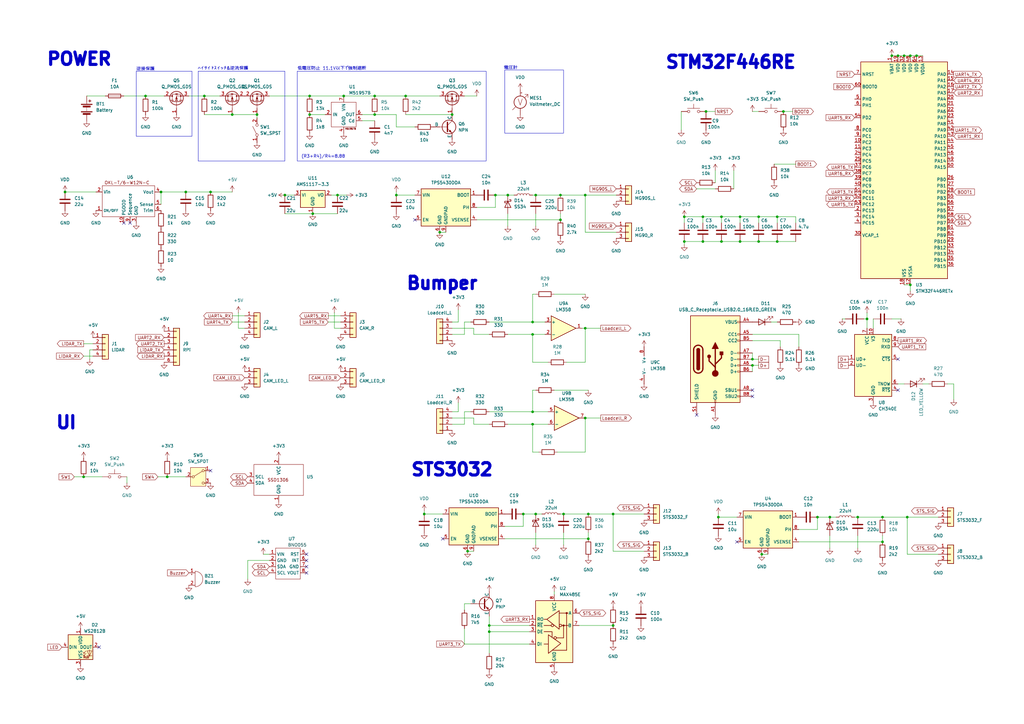
<source format=kicad_sch>
(kicad_sch (version 20250114) (generator "eeschema") (generator_version "9.0")
  (paper "A3")
  (lib_symbols
    (symbol "Amplifier_Operational:LM358" (pin_names (offset 0.127))
      (property "Reference" "U" (at 0 5.08 0))
      (property "Value" "LM358" (at 0 -5.08 0))
      (symbol "LM358_1_1"
        (pin input line (at -7.62 2.54 0) (length 2.54) (name "+") (number "3"))
        (pin input line (at -7.62 -2.54 0) (length 2.54) (name "-") (number "2"))
        (pin output line (at 7.62 0 180) (length 2.54) (name "~") (number "1"))
      )
      (symbol "LM358_2_1"
        (pin input line (at -7.62 2.54 0) (length 2.54) (name "+") (number "5"))
        (pin input line (at -7.62 -2.54 0) (length 2.54) (name "-") (number "6"))
        (pin output line (at 7.62 0 180) (length 2.54) (name "~") (number "7"))
      )
      (symbol "LM358_3_1"
        (pin power_in line (at -2.54 7.62 270) (length 3.81) (name "V+") (number "8"))
        (pin power_in line (at -2.54 -7.62 90) (length 3.81) (name "V-") (number "4"))
      )
    )
    (symbol "CH340E_1"
      (property "Reference" "U" (at -5.08 13.97 0))
      (property "Value" "CH340E" (at 1.27 13.97 0))
      (symbol "CH340E_1_1_1"
        (pin bidirectional line (at -10.16 2.54 0) (length 2.54) (name "UD+") (number "1"))
        (pin bidirectional line (at -10.16 0 0) (length 2.54) (name "UD-") (number "2"))
        (pin power_in line (at -2.54 15.24 270) (length 2.54) (name "VCC") (number "7"))
        (pin power_out line (at 0 15.24 270) (length 2.54) (name "V3") (number "10"))
        (pin power_in line (at 0 -15.24 90) (length 2.54) (name "GND") (number "3"))
        (pin output line (at 10.16 10.16 180) (length 2.54) (name "TXD") (number "8"))
        (pin input line (at 10.16 7.62 180) (length 2.54) (name "RXD") (number "9"))
        (pin input line (at 10.16 2.54 180) (length 2.54) (name "~{CTS}") (number "5"))
        (pin output line (at 10.16 -7.62 180) (length 2.54) (name "TNOW") (number "6"))
        (pin output line (at 10.16 -10.16 180) (length 2.54) (name "~{RTS}") (number "4"))
      )
    )
    (symbol "Connector:USB_C_Receptacle_USB2.0_16P" (pin_names (offset 1.016))
      (property "Reference" "J" (at 0 22.225 0))
      (property "Value" "USB_C_Receptacle_USB2.0_16P" (at 0 19.685 0))
      (symbol "USB_C_Receptacle_USB2.0_16P_1_1"
        (pin passive line (at -7.62 -22.86 90) (length 5.08) (name "SHIELD") (number "S1"))
        (pin passive line (at 0 -22.86 90) (length 5.08) (name "GND") (number "A1"))
        (pin passive line (at 0 -22.86 90) (length 5.08) (hide yes) (name "GND") (number "A12"))
        (pin passive line (at 0 -22.86 90) (length 5.08) (hide yes) (name "GND") (number "B1"))
        (pin passive line (at 0 -22.86 90) (length 5.08) (hide yes) (name "GND") (number "B12"))
        (pin passive line (at 15.24 15.24 180) (length 5.08) (name "VBUS") (number "A4"))
        (pin passive line (at 15.24 15.24 180) (length 5.08) (hide yes) (name "VBUS") (number "A9"))
        (pin passive line (at 15.24 15.24 180) (length 5.08) (hide yes) (name "VBUS") (number "B4"))
        (pin passive line (at 15.24 15.24 180) (length 5.08) (hide yes) (name "VBUS") (number "B9"))
        (pin bidirectional line (at 15.24 10.16 180) (length 5.08) (name "CC1") (number "A5"))
        (pin bidirectional line (at 15.24 7.62 180) (length 5.08) (name "CC2") (number "B5"))
        (pin bidirectional line (at 15.24 2.54 180) (length 5.08) (name "D-") (number "A7"))
        (pin bidirectional line (at 15.24 0 180) (length 5.08) (name "D-") (number "B7"))
        (pin bidirectional line (at 15.24 -2.54 180) (length 5.08) (name "D+") (number "A6"))
        (pin bidirectional line (at 15.24 -5.08 180) (length 5.08) (name "D+") (number "B6"))
        (pin bidirectional line (at 15.24 -12.7 180) (length 5.08) (name "SBU1") (number "A8"))
        (pin bidirectional line (at 15.24 -15.24 180) (length 5.08) (name "SBU2") (number "B8"))
      )
    )
    (symbol "Connector_Generic:Conn_01x03" (pin_names (offset 1.016) (hide yes))
      (property "Reference" "J" (at 0 5.08 0))
      (property "Value" "Conn_01x03" (at 0 -5.08 0))
      (symbol "Conn_01x03_1_1"
        (pin passive line (at -5.08 2.54 0) (length 3.81) (name "Pin_1") (number "1"))
        (pin passive line (at -5.08 0 0) (length 3.81) (name "Pin_2") (number "2"))
        (pin passive line (at -5.08 -2.54 0) (length 3.81) (name "Pin_3") (number "3"))
      )
    )
    (symbol "Connector_Generic:Conn_01x04" (pin_names (offset 1.016) (hide yes))
      (property "Reference" "J" (at 0 5.08 0))
      (property "Value" "Conn_01x04" (at 0 -7.62 0))
      (symbol "Conn_01x04_1_1"
        (pin passive line (at -5.08 2.54 0) (length 3.81) (name "Pin_1") (number "1"))
        (pin passive line (at -5.08 0 0) (length 3.81) (name "Pin_2") (number "2"))
        (pin passive line (at -5.08 -2.54 0) (length 3.81) (name "Pin_3") (number "3"))
        (pin passive line (at -5.08 -5.08 0) (length 3.81) (name "Pin_4") (number "4"))
      )
    )
    (symbol "Connector_Generic:Conn_01x06" (pin_names (offset 1.016) (hide yes))
      (property "Reference" "J" (at 0 7.62 0))
      (property "Value" "Conn_01x06" (at 0 -10.16 0))
      (symbol "Conn_01x06_1_1"
        (pin passive line (at -5.08 5.08 0) (length 3.81) (name "Pin_1") (number "1"))
        (pin passive line (at -5.08 2.54 0) (length 3.81) (name "Pin_2") (number "2"))
        (pin passive line (at -5.08 0 0) (length 3.81) (name "Pin_3") (number "3"))
        (pin passive line (at -5.08 -2.54 0) (length 3.81) (name "Pin_4") (number "4"))
        (pin passive line (at -5.08 -5.08 0) (length 3.81) (name "Pin_5") (number "5"))
        (pin passive line (at -5.08 -7.62 0) (length 3.81) (name "Pin_6") (number "6"))
      )
    )
    (symbol "Device:Battery" (pin_numbers (hide yes)) (pin_names (offset 0) (hide yes))
      (property "Reference" "BT" (at 2.54 2.54 0))
      (property "Value" "Battery" (at 2.54 0 0))
      (symbol "Battery_1_1"
        (pin passive line (at 0 5.08 270) (length 2.54) (name "+") (number "1"))
        (pin passive line (at 0 -5.08 90) (length 2.54) (name "-") (number "2"))
      )
    )
    (symbol "Device:Buzzer" (pin_names (offset 0.0254) (hide yes))
      (property "Reference" "BZ" (at 3.81 1.27 0))
      (property "Value" "Buzzer" (at 3.81 -1.27 0))
      (symbol "Buzzer_1_1"
        (pin passive line (at -2.54 2.54 0) (length 2.54) (name "+") (number "1"))
        (pin passive line (at -2.54 -2.54 0) (length 2.54) (name "-") (number "2"))
      )
    )
    (symbol "Device:C" (pin_numbers (hide yes)) (pin_names (offset 0.254))
      (property "Reference" "C" (at 0.635 2.54 0))
      (property "Value" "C" (at 0.635 -2.54 0))
      (symbol "C_1_1"
        (pin passive line (at 0 3.81 270) (length 2.794) (name "~") (number "1"))
        (pin passive line (at 0 -3.81 90) (length 2.794) (name "~") (number "2"))
      )
    )
    (symbol "Device:Fuse" (pin_numbers (hide yes)) (pin_names (offset 0))
      (property "Reference" "F" (at 2.032 0 90))
      (property "Value" "Fuse" (at -1.905 0 90))
      (symbol "Fuse_1_1"
        (pin passive line (at 0 3.81 270) (length 1.27) (name "~") (number "1"))
        (pin passive line (at 0 -3.81 90) (length 1.27) (name "~") (number "2"))
      )
    )
    (symbol "Device:L" (pin_numbers (hide yes)) (pin_names (offset 1.016) (hide yes))
      (property "Reference" "L" (at -1.27 0 90))
      (property "Value" "L" (at 1.905 0 90))
      (symbol "L_1_1"
        (pin passive line (at 0 3.81 270) (length 1.27) (name "1") (number "1"))
        (pin passive line (at 0 -3.81 90) (length 1.27) (name "2") (number "2"))
      )
    )
    (symbol "Device:LED" (pin_numbers (hide yes)) (pin_names (offset 1.016) (hide yes))
      (property "Reference" "D" (at 0 2.54 0))
      (property "Value" "LED" (at 0 -2.54 0))
      (symbol "LED_1_1"
        (pin passive line (at -3.81 0 0) (length 2.54) (name "K") (number "1"))
        (pin passive line (at 3.81 0 180) (length 2.54) (name "A") (number "2"))
      )
    )
    (symbol "Device:R" (pin_numbers (hide yes)) (pin_names (offset 0))
      (property "Reference" "R" (at 2.032 0 90))
      (property "Value" "R" (at 0 0 90))
      (symbol "R_1_1"
        (pin passive line (at 0 3.81 270) (length 1.27) (name "~") (number "1"))
        (pin passive line (at 0 -3.81 90) (length 1.27) (name "~") (number "2"))
      )
    )
    (symbol "Device:Voltmeter_DC" (pin_numbers (hide yes)) (pin_names (offset 0.0254) (hide yes))
      (property "Reference" "MES" (at -3.302 1.016 0))
      (property "Value" "Voltmeter_DC" (at -3.302 -0.762 0))
      (symbol "Voltmeter_DC_0_0"
        (text "V" (at 0 0 0) (effects (font (size 2.54 2.54))))
      )
      (symbol "Voltmeter_DC_1_1"
        (pin passive line (at 0 5.08 270) (length 2.54) (name "+") (number "2"))
        (pin passive line (at 0 -5.08 90) (length 2.54) (name "-") (number "1"))
      )
    )
    (symbol "Diode:SS34" (pin_numbers (hide yes)) (pin_names (offset 1.016) (hide yes))
      (property "Reference" "D" (at 0 2.54 0))
      (property "Value" "SS34" (at 0 -2.54 0))
      (symbol "SS34_1_1"
        (pin passive line (at -3.81 0 0) (length 2.54) (name "K") (number "1"))
        (pin passive line (at 3.81 0 180) (length 2.54) (name "A") (number "2"))
      )
    )
    (symbol "Interface_UART:MAX485E"
      (property "Reference" "U" (at -6.985 13.97 0))
      (property "Value" "MAX485E" (at 1.905 13.97 0))
      (symbol "MAX485E_1_1"
        (pin output line (at -10.16 5.08 0) (length 2.54) (name "RO") (number "1"))
        (pin input line (at -10.16 2.54 0) (length 2.54) (name "~{RE}") (number "2"))
        (pin input line (at -10.16 0 0) (length 2.54) (name "DE") (number "3"))
        (pin input line (at -10.16 -5.08 0) (length 2.54) (name "DI") (number "4"))
        (pin power_in line (at 0 15.24 270) (length 2.54) (name "VCC") (number "8"))
        (pin power_in line (at 0 -15.24 90) (length 2.54) (name "GND") (number "5"))
        (pin bidirectional line (at 10.16 7.62 180) (length 2.54) (name "A") (number "6"))
        (pin bidirectional line (at 10.16 2.54 180) (length 2.54) (name "B") (number "7"))
      )
    )
    (symbol "LED:WS2812B" (pin_names (offset 0.254))
      (property "Reference" "D" (at 5.08 5.715 0))
      (property "Value" "WS2812B" (at 1.27 -5.715 0))
      (symbol "WS2812B_0_0"
        (text "RGB" (at 2.286 -4.191 0) (effects (font (size 0.762 0.762))))
      )
      (symbol "WS2812B_1_1"
        (pin input line (at -7.62 0 0) (length 2.54) (name "DIN") (number "4"))
        (pin power_in line (at 0 7.62 270) (length 2.54) (name "VDD") (number "1"))
        (pin power_in line (at 0 -7.62 90) (length 2.54) (name "VSS") (number "3"))
        (pin output line (at 7.62 0 180) (length 2.54) (name "DOUT") (number "2"))
      )
    )
    (symbol "LED_1" (pin_numbers (hide yes)) (pin_names (offset 1.016) (hide yes))
      (property "Reference" "D" (at 0 2.54 0))
      (property "Value" "LED" (at 0 -2.54 0))
      (symbol "LED_1_1_1"
        (pin passive line (at -3.81 0 0) (length 2.54) (name "K") (number "1"))
        (pin passive line (at 3.81 0 180) (length 2.54) (name "A") (number "2"))
      )
    )
    (symbol "MCU_ST_STM32F4:STM32F446RETx"
      (property "Reference" "U" (at -17.78 46.99 0))
      (property "Value" "STM32F446RETx" (at 10.16 46.99 0))
      (symbol "STM32F446RETx_1_1"
        (pin input line (at -20.32 40.64 0) (length 2.54) (name "NRST") (number "7"))
        (pin input line (at -20.32 35.56 0) (length 2.54) (name "BOOT0") (number "60"))
        (pin bidirectional line (at -20.32 30.48 0) (length 2.54) (name "PH0") (number "5"))
        (pin bidirectional line (at -20.32 27.94 0) (length 2.54) (name "PH1") (number "6"))
        (pin bidirectional line (at -20.32 22.86 0) (length 2.54) (name "PD2") (number "54"))
        (pin bidirectional line (at -20.32 17.78 0) (length 2.54) (name "PC0") (number "8"))
        (pin bidirectional line (at -20.32 15.24 0) (length 2.54) (name "PC1") (number "9"))
        (pin bidirectional line (at -20.32 12.7 0) (length 2.54) (name "PC2") (number "10"))
        (pin bidirectional line (at -20.32 10.16 0) (length 2.54) (name "PC3") (number "11"))
        (pin bidirectional line (at -20.32 7.62 0) (length 2.54) (name "PC4") (number "24"))
        (pin bidirectional line (at -20.32 5.08 0) (length 2.54) (name "PC5") (number "25"))
        (pin bidirectional line (at -20.32 2.54 0) (length 2.54) (name "PC6") (number "37"))
        (pin bidirectional line (at -20.32 0 0) (length 2.54) (name "PC7") (number "38"))
        (pin bidirectional line (at -20.32 -2.54 0) (length 2.54) (name "PC8") (number "39"))
        (pin bidirectional line (at -20.32 -5.08 0) (length 2.54) (name "PC9") (number "40"))
        (pin bidirectional line (at -20.32 -7.62 0) (length 2.54) (name "PC10") (number "51"))
        (pin bidirectional line (at -20.32 -10.16 0) (length 2.54) (name "PC11") (number "52"))
        (pin bidirectional line (at -20.32 -12.7 0) (length 2.54) (name "PC12") (number "53"))
        (pin bidirectional line (at -20.32 -15.24 0) (length 2.54) (name "PC13") (number "2"))
        (pin bidirectional line (at -20.32 -17.78 0) (length 2.54) (name "PC14") (number "3"))
        (pin bidirectional line (at -20.32 -20.32 0) (length 2.54) (name "PC15") (number "4"))
        (pin power_out line (at -20.32 -25.4 0) (length 2.54) (name "VCAP_1") (number "30"))
        (pin power_in line (at -5.08 48.26 270) (length 2.54) (name "VBAT") (number "1"))
        (pin power_in line (at -2.54 48.26 270) (length 2.54) (name "VDD") (number "19"))
        (pin power_in line (at 0 48.26 270) (length 2.54) (name "VDD") (number "32"))
        (pin power_in line (at 0 -45.72 90) (length 2.54) (name "VSS") (number "18"))
        (pin passive line (at 0 -45.72 90) (length 2.54) (hide yes) (name "VSS") (number "31"))
        (pin passive line (at 0 -45.72 90) (length 2.54) (hide yes) (name "VSS") (number "47"))
        (pin passive line (at 0 -45.72 90) (length 2.54) (hide yes) (name "VSS") (number "63"))
        (pin power_in line (at 2.54 48.26 270) (length 2.54) (name "VDD") (number "48"))
        (pin power_in line (at 2.54 -45.72 90) (length 2.54) (name "VSSA") (number "12"))
        (pin power_in line (at 5.08 48.26 270) (length 2.54) (name "VDD") (number "64"))
        (pin power_in line (at 7.62 48.26 270) (length 2.54) (name "VDDA") (number "13"))
        (pin bidirectional line (at 20.32 40.64 180) (length 2.54) (name "PA0") (number "14"))
        (pin bidirectional line (at 20.32 38.1 180) (length 2.54) (name "PA1") (number "15"))
        (pin bidirectional line (at 20.32 35.56 180) (length 2.54) (name "PA2") (number "16"))
        (pin bidirectional line (at 20.32 33.02 180) (length 2.54) (name "PA3") (number "17"))
        (pin bidirectional line (at 20.32 30.48 180) (length 2.54) (name "PA4") (number "20"))
        (pin bidirectional line (at 20.32 27.94 180) (length 2.54) (name "PA5") (number "21"))
        (pin bidirectional line (at 20.32 25.4 180) (length 2.54) (name "PA6") (number "22"))
        (pin bidirectional line (at 20.32 22.86 180) (length 2.54) (name "PA7") (number "23"))
        (pin bidirectional line (at 20.32 20.32 180) (length 2.54) (name "PA8") (number "41"))
        (pin bidirectional line (at 20.32 17.78 180) (length 2.54) (name "PA9") (number "42"))
        (pin bidirectional line (at 20.32 15.24 180) (length 2.54) (name "PA10") (number "43"))
        (pin bidirectional line (at 20.32 12.7 180) (length 2.54) (name "PA11") (number "44"))
        (pin bidirectional line (at 20.32 10.16 180) (length 2.54) (name "PA12") (number "45"))
        (pin bidirectional line (at 20.32 7.62 180) (length 2.54) (name "PA13") (number "46"))
        (pin bidirectional line (at 20.32 5.08 180) (length 2.54) (name "PA14") (number "49"))
        (pin bidirectional line (at 20.32 2.54 180) (length 2.54) (name "PA15") (number "50"))
        (pin bidirectional line (at 20.32 -2.54 180) (length 2.54) (name "PB0") (number "26"))
        (pin bidirectional line (at 20.32 -5.08 180) (length 2.54) (name "PB1") (number "27"))
        (pin bidirectional line (at 20.32 -7.62 180) (length 2.54) (name "PB2") (number "28"))
        (pin bidirectional line (at 20.32 -10.16 180) (length 2.54) (name "PB3") (number "55"))
        (pin bidirectional line (at 20.32 -12.7 180) (length 2.54) (name "PB4") (number "56"))
        (pin bidirectional line (at 20.32 -15.24 180) (length 2.54) (name "PB5") (number "57"))
        (pin bidirectional line (at 20.32 -17.78 180) (length 2.54) (name "PB6") (number "58"))
        (pin bidirectional line (at 20.32 -20.32 180) (length 2.54) (name "PB7") (number "59"))
        (pin bidirectional line (at 20.32 -22.86 180) (length 2.54) (name "PB8") (number "61"))
        (pin bidirectional line (at 20.32 -25.4 180) (length 2.54) (name "PB9") (number "62"))
        (pin bidirectional line (at 20.32 -27.94 180) (length 2.54) (name "PB10") (number "29"))
        (pin bidirectional line (at 20.32 -30.48 180) (length 2.54) (name "PB12") (number "33"))
        (pin bidirectional line (at 20.32 -33.02 180) (length 2.54) (name "PB13") (number "34"))
        (pin bidirectional line (at 20.32 -35.56 180) (length 2.54) (name "PB14") (number "35"))
        (pin bidirectional line (at 20.32 -38.1 180) (length 2.54) (name "PB15") (number "36"))
      )
    )
    (symbol "Regulator_Linear:AMS1117-3.3"
      (property "Reference" "U" (at -3.81 3.175 0))
      (property "Value" "AMS1117-3.3" (at 0 3.175 0))
      (symbol "AMS1117-3.3_1_1"
        (pin power_in line (at -7.62 0 0) (length 2.54) (name "VI") (number "3"))
        (pin power_in line (at 0 -7.62 90) (length 2.54) (name "GND") (number "1"))
        (pin power_out line (at 7.62 0 180) (length 2.54) (name "VO") (number "2"))
      )
    )
    (symbol "Regulator_Switching:TPS5430DDA"
      (property "Reference" "U" (at -10.16 8.89 0))
      (property "Value" "TPS5430DDA" (at -1.27 8.89 0))
      (symbol "TPS5430DDA_1_1"
        (pin power_in line (at -12.7 5.08 0) (length 2.54) (name "VIN") (number "7"))
        (pin input line (at -12.7 -5.08 0) (length 2.54) (name "EN") (number "5"))
        (pin no_connect line (at -10.16 2.54 0) (length 2.54) (hide yes) (name "NC") (number "2"))
        (pin no_connect line (at -10.16 -2.54 0) (length 2.54) (hide yes) (name "NC") (number "3"))
        (pin power_in line (at -2.54 -10.16 90) (length 2.54) (name "GND") (number "6"))
        (pin power_in line (at 0 -10.16 90) (length 2.54) (name "GNDPAD") (number "9"))
        (pin input line (at 12.7 5.08 180) (length 2.54) (name "BOOT") (number "1"))
        (pin output line (at 12.7 0 180) (length 2.54) (name "PH") (number "8"))
        (pin input line (at 12.7 -5.08 180) (length 2.54) (name "VSENSE") (number "4"))
      )
    )
    (symbol "Simulation_SPICE:NPN" (pin_numbers (hide yes)) (pin_names (offset 0))
      (property "Reference" "Q" (at -2.54 7.62 0))
      (property "Value" "NPN" (at -2.54 5.08 0))
      (symbol "NPN_1_1"
        (pin input line (at -5.08 0 0) (length 2.54) (name "B") (number "2"))
        (pin open_collector line (at 2.54 5.08 270) (length 2.54) (name "C") (number "1"))
        (pin open_emitter line (at 2.54 -5.08 90) (length 2.54) (name "E") (number "3"))
      )
    )
    (symbol "Simulation_SPICE:PNP" (pin_numbers (hide yes)) (pin_names (offset 0))
      (property "Reference" "Q" (at -2.54 7.62 0))
      (property "Value" "PNP" (at -2.54 5.08 0))
      (symbol "PNP_1_1"
        (pin input line (at -5.08 0 0) (length 2.54) (name "B") (number "2"))
        (pin open_collector line (at 2.54 5.08 270) (length 2.54) (name "C") (number "1"))
        (pin open_emitter line (at 2.54 -5.08 90) (length 2.54) (name "E") (number "3"))
      )
    )
    (symbol "Switch:SW_Push" (pin_numbers (hide yes)) (pin_names (offset 1.016) (hide yes))
      (property "Reference" "SW" (at 1.27 2.54 0))
      (property "Value" "SW_Push" (at 0 -1.524 0))
      (symbol "SW_Push_0_1"
        (pin passive line (at -5.08 0 0) (length 2.54) (name "1") (number "1"))
        (pin passive line (at 5.08 0 180) (length 2.54) (name "2") (number "2"))
      )
    )
    (symbol "Switch:SW_SPDT" (pin_names (offset 0) (hide yes))
      (property "Reference" "SW" (at 0 5.08 0))
      (property "Value" "SW_SPDT" (at 0 -5.08 0))
      (symbol "SW_SPDT_1_1"
        (pin passive line (at -5.08 0 0) (length 2.54) (name "B") (number "2"))
        (pin passive line (at 5.08 2.54 180) (length 2.54) (name "A") (number "1"))
        (pin passive line (at 5.08 -2.54 180) (length 2.54) (name "C") (number "3"))
      )
    )
    (symbol "Switch:SW_SPST" (pin_names (offset 0) (hide yes))
      (property "Reference" "SW" (at 0 3.175 0))
      (property "Value" "SW_SPST" (at 0 -2.54 0))
      (symbol "SW_SPST_1_1"
        (pin passive line (at -5.08 0 0) (length 2.54) (name "A") (number "1"))
        (pin passive line (at 5.08 0 180) (length 2.54) (name "B") (number "2"))
      )
    )
    (symbol "Transistor_FET:Q_PMOS_GDS" (pin_names (offset 0) (hide yes))
      (property "Reference" "Q" (at 5.08 1.905 0))
      (property "Value" "Q_PMOS_GDS" (at 5.08 0 0))
      (symbol "Q_PMOS_GDS_1_1"
        (pin input line (at -5.08 0 0) (length 2.54) (name "G") (number "1"))
        (pin passive line (at 2.54 5.08 270) (length 2.54) (name "D") (number "2"))
        (pin passive line (at 2.54 -5.08 90) (length 2.54) (name "S") (number "3"))
      )
    )
    (symbol "akizuki:AE-BNO055-BO"
      (property "Reference" "U" (at -2.54 10.16 0))
      (symbol "AE-BNO055-BO_1_1"
        (text "BNO055" (at 3.81 8.89 0) (effects (font (size 1.27 1.27))))
        (pin passive line (at -7.62 5.08 0) (length 2.54) (name "VIN") (number "1"))
        (pin passive line (at -7.62 2.54 0) (length 2.54) (name "GND") (number "2"))
        (pin passive line (at -7.62 0 0) (length 2.54) (name "SDA") (number "3"))
        (pin passive line (at -7.62 -2.54 0) (length 2.54) (name "SCL") (number "4"))
        (pin passive line (at 7.62 5.08 180) (length 2.54) (name "RST") (number "5"))
        (pin passive line (at 7.62 2.54 180) (length 2.54) (name "INT") (number "6"))
        (pin passive line (at 7.62 0 180) (length 2.54) (name "GND") (number "7"))
        (pin passive line (at 7.62 -2.54 180) (length 2.54) (name "VOUT") (number "8"))
      )
    )
    (symbol "akizuki:M51957BFP"
      (property "Reference" "U" (at 2.032 6.35 0))
      (symbol "M51957BFP_1_1"
        (text "M51957B" (at 2.794 -5.842 0) (effects (font (size 0.635 0.635))))
        (pin input line (at -7.62 0 0) (length 2.54) (name "IN") (number "2"))
        (pin power_in line (at 0 7.62 270) (length 2.54) (name "VIN") (number "7"))
        (pin power_in line (at 0 -7.62 90) (length 2.54) (name "GND") (number "4"))
        (pin input line (at 7.62 0 180) (length 2.54) (name "OUT") (number "6"))
        (pin input line (at 7.62 -2.54 180) (length 2.54) (name "Cd") (number "5"))
      )
    )
    (symbol "akizuki:OKL-T/6-W12N-C"
      (property "Reference" "U" (at 10.16 11.43 0))
      (symbol "OKL-T/6-W12N-C_1_1"
        (text "OKL-T/6-W12N-C" (at -1.27 11.43 0) (effects (font (size 1.27 1.27))))
        (pin power_in line (at -13.97 7.62 0) (length 2.54) (name "Vin") (number "2"))
        (pin no_connect line (at -13.97 5.08 0) (length 2.54) (hide yes) (name "N.C.") (number "8"))
        (pin no_connect line (at -13.97 2.54 0) (length 2.54) (hide yes) (name "N.C.") (number "11"))
        (pin input line (at -13.97 0 0) (length 2.54) (name "ON/OFF") (number "1"))
        (pin passive line (at -2.54 -5.08 90) (length 2.54) (name "PGOOD") (number "10"))
        (pin passive line (at 0 -5.08 90) (length 2.54) (name "Sequence") (number "9"))
        (pin power_in line (at 2.54 -5.08 90) (length 2.54) (name "GND") (number "3"))
        (pin power_in line (at 2.54 -5.08 90) (length 2.54) (hide yes) (name "GND") (number "7"))
        (pin power_out line (at 12.7 7.62 180) (length 2.54) (name "Vout") (number "4"))
        (pin no_connect line (at 12.7 5.08 180) (length 2.54) (hide yes) (name "N.C.") (number "12"))
        (pin input line (at 12.7 2.54 180) (length 2.54) (name "Sense") (number "5"))
        (pin input line (at 12.7 0 180) (length 2.54) (name "Trim") (number "6"))
      )
    )
    (symbol "akizuki:SSD1306"
      (property "Reference" "U" (at -11.176 4.826 0))
      (symbol "SSD1306_1_1"
        (text "SSD1306" (at -0.254 0 0) (effects (font (size 1.27 1.27))))
        (pin bidirectional line (at -12.7 1.27 0) (length 2.54) (name "SCL") (number "3"))
        (pin bidirectional line (at -12.7 -1.27 0) (length 2.54) (name "SDA") (number "4"))
        (pin power_in line (at 0 8.89 270) (length 2.54) (name "VCC") (number "2"))
        (pin power_in line (at 0 -8.89 90) (length 2.54) (name "GND") (number "1"))
      )
    )
    (symbol "power:+3V3" (power) (pin_numbers (hide yes)) (pin_names (offset 0) (hide yes))
      (property "Value" "+3V3" (at 0 3.556 0))
      (symbol "+3V3_1_1"
        (pin power_in line (at 0 0 90) (length 0) (name "~") (number "1"))
      )
    )
    (symbol "power:+5V" (power) (pin_numbers (hide yes)) (pin_names (offset 0) (hide yes))
      (property "Value" "+5V" (at 0 3.556 0))
      (symbol "+5V_1_1"
        (pin power_in line (at 0 0 90) (length 0) (name "~") (number "1"))
      )
    )
    (symbol "power:GND" (power) (pin_numbers (hide yes)) (pin_names (offset 0) (hide yes))
      (property "Value" "GND" (at 0 -3.81 0))
      (symbol "GND_1_1"
        (pin power_in line (at 0 0 270) (length 0) (name "~") (number "1"))
      )
    )
    (symbol "power:VDD" (power) (pin_numbers (hide yes)) (pin_names (offset 0) (hide yes))
      (property "Value" "VDD" (at 0 3.556 0))
      (symbol "VDD_1_1"
        (pin power_in line (at 0 0 90) (length 0) (name "~") (number "1"))
      )
    )
  )
  (rectangle (start 55.88 29.21) (end 78.74 55.88))
  (rectangle (start 121.92 29.21) (end 199.39 66.04))
  (rectangle (start 207.01 28.702) (end 231.14 54.61))
  (rectangle (start 81.28 29.21) (end 116.84 66.04))
  (text "POWER" (at 32.512 24.384 0) (effects (font (size 5.08 5.08) (thickness 1.524) (bold yes))))
  (text "STM32F446RE" (at 299.72 25.654 0) (effects (font (size 5.08 5.08) (thickness 1.524) (bold yes))))
  (text "ハイサイドスイッチ＆逆流保護" (at 91.44 28.194 0) (effects (font (size 1.27 1.27))))
  (text "STS3032" (at 185.42 192.786 0) (effects (font (size 5.08 5.08) (thickness 1.524) (bold yes))))
  (text "(R3+R4)/R4=8.88" (at 132.588 64.262 0) (effects (font (size 1.27 1.27))))
  (text "低電圧防止 11.1V以下で強制遮断" (at 136.144 28.194 0) (effects (font (size 1.27 1.27))))
  (text "UI" (at 27.178 173.482 0) (effects (font (size 5.08 5.08) (thickness 1.524) (bold yes))))
  (text "Bumper\n" (at 181.356 116.332 0) (effects (font (size 5.08 5.08) (thickness 1.524) (bold yes))))
  (text "電圧計" (at 209.55 27.94 0) (effects (font (size 1.27 1.27))))
  (text "逆接保護" (at 59.69 28.448 0) (effects (font (size 1.27 1.27))))
  (junction (at 318.77 99.06))
  (junction (at 295.91 88.9))
  (junction (at 208.28 80.01))
  (junction (at 321.31 45.72))
  (junction (at 308.61 147.32))
  (junction (at 340.36 212.09))
  (junction (at 308.61 149.86))
  (junction (at 127 46.99))
  (junction (at 153.67 39.37))
  (junction (at 240.03 134.62))
  (junction (at 200.66 259.08))
  (junction (at 280.67 88.9))
  (junction (at 289.56 45.72))
  (junction (at 288.29 99.06))
  (junction (at 335.28 212.09))
  (junction (at 251.46 256.54))
  (junction (at 229.87 90.17))
  (junction (at 218.44 168.91))
  (junction (at 355.6 130.81))
  (junction (at 303.53 99.06))
  (junction (at 95.25 46.99))
  (junction (at 203.2 80.01))
  (junction (at 185.42 46.99))
  (junction (at 219.71 210.82))
  (junction (at 218.44 132.08))
  (junction (at 361.95 212.09))
  (junction (at 116.84 80.01))
  (junction (at 86.36 78.74))
  (junction (at 229.87 80.01))
  (junction (at 240.03 171.45))
  (junction (at 214.63 210.82))
  (junction (at 311.15 88.9))
  (junction (at 294.64 212.09))
  (junction (at 153.67 46.99))
  (junction (at 83.82 39.37))
  (junction (at 370.84 22.86))
  (junction (at 241.3 220.98))
  (junction (at 240.03 80.01))
  (junction (at 318.77 88.9))
  (junction (at 312.42 227.33))
  (junction (at 138.43 80.01))
  (junction (at 218.44 137.16))
  (junction (at 288.29 88.9))
  (junction (at 218.44 173.99))
  (junction (at 180.34 95.25))
  (junction (at 365.76 22.86))
  (junction (at 173.99 210.82))
  (junction (at 280.67 99.06))
  (junction (at 375.92 22.86))
  (junction (at 26.67 78.74))
  (junction (at 311.15 99.06))
  (junction (at 166.37 39.37))
  (junction (at 373.38 116.84))
  (junction (at 76.2 78.74))
  (junction (at 372.11 212.09))
  (junction (at 295.91 99.06))
  (junction (at 140.97 39.37))
  (junction (at 368.3 22.86))
  (junction (at 351.79 212.09))
  (junction (at 191.77 226.06))
  (junction (at 303.53 88.9))
  (junction (at 373.38 22.86))
  (junction (at 241.3 210.82))
  (junction (at 66.04 78.74))
  (junction (at 162.56 80.01))
  (junction (at 231.14 210.82))
  (junction (at 251.46 210.82))
  (junction (at 34.29 195.58))
  (junction (at 200.66 256.54))
  (junction (at 127 39.37))
  (junction (at 105.41 46.99))
  (junction (at 68.58 195.58))
  (junction (at 59.69 39.37))
  (junction (at 219.71 80.01))
  (junction (at 361.95 222.25))
  (junction (at 128.27 87.63))
  (no_connect (at 50.8 91.44))
  (no_connect (at 368.3 160.02))
  (no_connect (at 285.75 170.18))
  (no_connect (at 181.61 220.98))
  (no_connect (at 302.26 222.25))
  (no_connect (at 308.61 160.02))
  (no_connect (at 53.34 91.44))
  (no_connect (at 125.73 229.87))
  (no_connect (at 40.64 265.43))
  (no_connect (at 86.36 193.04))
  (no_connect (at 125.73 234.95))
  (no_connect (at 125.73 227.33))
  (no_connect (at 368.3 147.32))
  (no_connect (at 308.61 162.56))
  (no_connect (at 170.18 90.17))
  (no_connect (at 125.73 232.41))
  (wire (pts (xy 317.5 67.31) (xy 326.39 67.31)))
  (wire (pts (xy 77.47 39.37) (xy 83.82 39.37)))
  (wire (pts (xy 191.77 226.06) (xy 194.31 226.06)))
  (wire (pts (xy 308.61 149.86) (xy 311.15 149.86)))
  (wire (pts (xy 280.67 88.9) (xy 280.67 91.44)))
  (wire (pts (xy 127 39.37) (xy 140.97 39.37)))
  (wire (pts (xy 252.73 95.25) (xy 240.03 95.25)))
  (wire (pts (xy 214.63 215.9) (xy 214.63 210.82)))
  (wire (pts (xy 36.83 143.51) (xy 38.1 143.51)))
  (wire (pts (xy 240.03 134.62) (xy 238.76 134.62)))
  (wire (pts (xy 190.5 247.65) (xy 193.04 247.65)))
  (wire (pts (xy 86.36 78.74) (xy 95.25 78.74)))
  (wire (pts (xy 218.44 168.91) (xy 224.79 168.91)))
  (wire (pts (xy 325.12 45.72) (xy 321.31 45.72)))
  (wire (pts (xy 162.56 46.99) (xy 153.67 46.99)))
  (wire (pts (xy 187.96 127) (xy 187.96 132.08)))
  (wire (pts (xy 194.31 137.16) (xy 200.66 137.16)))
  (wire (pts (xy 231.14 210.82) (xy 241.3 210.82)))
  (wire (pts (xy 219.71 80.01) (xy 218.44 80.01)))
  (wire (pts (xy 218.44 160.02) (xy 218.44 168.91)))
  (wire (pts (xy 280.67 99.06) (xy 288.29 99.06)))
  (wire (pts (xy 218.44 160.02) (xy 219.71 160.02)))
  (wire (pts (xy 320.04 139.7) (xy 320.04 142.24)))
  (wire (pts (xy 351.79 224.79) (xy 351.79 219.71)))
  (wire (pts (xy 372.11 212.09) (xy 384.81 212.09)))
  (wire (pts (xy 240.03 134.62) (xy 240.03 148.59)))
  (wire (pts (xy 251.46 210.82) (xy 264.16 210.82)))
  (wire (pts (xy 193.04 168.91) (xy 190.5 168.91)))
  (wire (pts (xy 207.01 220.98) (xy 241.3 220.98)))
  (wire (pts (xy 241.3 160.02) (xy 227.33 160.02)))
  (wire (pts (xy 241.3 218.44) (xy 241.3 220.98)))
  (wire (pts (xy 231.14 223.52) (xy 231.14 218.44)))
  (wire (pts (xy 128.27 87.63) (xy 138.43 87.63)))
  (wire (pts (xy 219.71 120.65) (xy 218.44 120.65)))
  (wire (pts (xy 228.6 185.42) (xy 240.03 185.42)))
  (wire (pts (xy 185.42 171.45) (xy 194.31 171.45)))
  (wire (pts (xy 240.03 134.62) (xy 246.38 134.62)))
  (wire (pts (xy 137.16 128.27) (xy 137.16 134.62)))
  (wire (pts (xy 208.28 92.71) (xy 208.28 87.63)))
  (wire (pts (xy 194.31 134.62) (xy 194.31 137.16)))
  (wire (pts (xy 218.44 185.42) (xy 220.98 185.42)))
  (wire (pts (xy 308.61 45.72) (xy 311.15 45.72)))
  (wire (pts (xy 190.5 264.16) (xy 217.17 264.16)))
  (wire (pts (xy 335.28 217.17) (xy 335.28 212.09)))
  (wire (pts (xy 173.99 209.55) (xy 173.99 210.82)))
  (wire (pts (xy 365.76 22.86) (xy 368.3 22.86)))
  (wire (pts (xy 303.53 88.9) (xy 311.15 88.9)))
  (wire (pts (xy 355.6 130.81) (xy 355.6 134.62)))
  (wire (pts (xy 36.83 147.32) (xy 36.83 143.51)))
  (wire (pts (xy 162.56 52.07) (xy 162.56 46.99)))
  (wire (pts (xy 50.8 39.37) (xy 59.69 39.37)))
  (wire (pts (xy 208.28 80.01) (xy 203.2 80.01)))
  (wire (pts (xy 153.67 39.37) (xy 166.37 39.37)))
  (wire (pts (xy 190.5 132.08) (xy 190.5 137.16)))
  (wire (pts (xy 318.77 88.9) (xy 318.77 91.44)))
  (wire (pts (xy 187.96 168.91) (xy 185.42 168.91)))
  (wire (pts (xy 116.84 80.01) (xy 120.65 80.01)))
  (wire (pts (xy 318.77 99.06) (xy 326.39 99.06)))
  (wire (pts (xy 35.56 39.37) (xy 43.18 39.37)))
  (wire (pts (xy 351.79 212.09) (xy 350.52 212.09)))
  (wire (pts (xy 240.03 185.42) (xy 240.03 171.45)))
  (wire (pts (xy 368.3 157.48) (xy 370.84 157.48)))
  (wire (pts (xy 190.5 173.99) (xy 185.42 173.99)))
  (wire (pts (xy 210.82 80.01) (xy 208.28 80.01)))
  (wire (pts (xy 375.92 22.86) (xy 378.46 22.86)))
  (wire (pts (xy 219.71 80.01) (xy 229.87 80.01)))
  (wire (pts (xy 218.44 137.16) (xy 223.52 137.16)))
  (wire (pts (xy 200.66 259.08) (xy 217.17 259.08)))
  (wire (pts (xy 187.96 165.1) (xy 187.96 168.91)))
  (wire (pts (xy 231.14 210.82) (xy 229.87 210.82)))
  (wire (pts (xy 327.66 222.25) (xy 361.95 222.25)))
  (wire (pts (xy 97.79 128.27) (xy 97.79 134.62)))
  (wire (pts (xy 59.69 39.37) (xy 67.31 39.37)))
  (wire (pts (xy 326.39 88.9) (xy 326.39 91.44)))
  (wire (pts (xy 288.29 88.9) (xy 288.29 91.44)))
  (wire (pts (xy 279.4 53.34) (xy 279.4 45.72)))
  (wire (pts (xy 127 46.99) (xy 133.35 46.99)))
  (wire (pts (xy 294.64 210.82) (xy 294.64 212.09)))
  (wire (pts (xy 300.99 69.85) (xy 300.99 77.47)))
  (wire (pts (xy 219.71 223.52) (xy 219.71 218.44)))
  (wire (pts (xy 200.66 256.54) (xy 200.66 259.08)))
  (wire (pts (xy 107.95 227.33) (xy 110.49 227.33)))
  (wire (pts (xy 391.16 163.83) (xy 391.16 157.48)))
  (wire (pts (xy 368.3 22.86) (xy 370.84 22.86)))
  (wire (pts (xy 288.29 99.06) (xy 295.91 99.06)))
  (wire (pts (xy 251.46 226.06) (xy 251.46 210.82)))
  (wire (pts (xy 95.25 132.08) (xy 100.33 132.08)))
  (wire (pts (xy 195.58 85.09) (xy 203.2 85.09)))
  (wire (pts (xy 97.79 134.62) (xy 100.33 134.62)))
  (wire (pts (xy 229.87 80.01) (xy 240.03 80.01)))
  (wire (pts (xy 222.25 210.82) (xy 219.71 210.82)))
  (wire (pts (xy 293.37 69.85) (xy 293.37 74.93)))
  (wire (pts (xy 327.66 217.17) (xy 335.28 217.17)))
  (wire (pts (xy 110.49 229.87) (xy 101.6 229.87)))
  (wire (pts (xy 68.58 195.58) (xy 76.2 195.58)))
  (wire (pts (xy 327.66 137.16) (xy 308.61 137.16)))
  (wire (pts (xy 116.84 87.63) (xy 128.27 87.63)))
  (wire (pts (xy 373.38 119.38) (xy 373.38 116.84)))
  (wire (pts (xy 34.29 140.97) (xy 38.1 140.97)))
  (wire (pts (xy 361.95 212.09) (xy 372.11 212.09)))
  (wire (pts (xy 373.38 22.86) (xy 375.92 22.86)))
  (wire (pts (xy 308.61 149.86) (xy 308.61 152.4)))
  (wire (pts (xy 312.42 227.33) (xy 314.96 227.33)))
  (wire (pts (xy 95.25 46.99) (xy 105.41 46.99)))
  (wire (pts (xy 340.36 212.09) (xy 335.28 212.09)))
  (wire (pts (xy 190.5 250.19) (xy 190.5 247.65)))
  (wire (pts (xy 166.37 39.37) (xy 180.34 39.37)))
  (wire (pts (xy 318.77 132.08) (xy 316.23 132.08)))
  (wire (pts (xy 295.91 88.9) (xy 295.91 91.44)))
  (wire (pts (xy 303.53 99.06) (xy 311.15 99.06)))
  (wire (pts (xy 384.81 227.33) (xy 372.11 227.33)))
  (wire (pts (xy 280.67 88.9) (xy 288.29 88.9)))
  (wire (pts (xy 200.66 168.91) (xy 218.44 168.91)))
  (wire (pts (xy 229.87 87.63) (xy 229.87 90.17)))
  (wire (pts (xy 369.57 130.81) (xy 365.76 130.81)))
  (wire (pts (xy 83.82 39.37) (xy 90.17 39.37)))
  (wire (pts (xy 354.33 130.81) (xy 355.6 130.81)))
  (wire (pts (xy 208.28 137.16) (xy 218.44 137.16)))
  (wire (pts (xy 285.75 77.47) (xy 293.37 77.47)))
  (wire (pts (xy 105.41 48.26) (xy 105.41 46.99)))
  (wire (pts (xy 166.37 46.99) (xy 185.42 46.99)))
  (wire (pts (xy 218.44 148.59) (xy 224.79 148.59)))
  (wire (pts (xy 289.56 45.72) (xy 293.37 45.72)))
  (wire (pts (xy 340.36 224.79) (xy 340.36 219.71)))
  (wire (pts (xy 173.99 210.82) (xy 181.61 210.82)))
  (wire (pts (xy 200.66 252.73) (xy 200.66 256.54)))
  (wire (pts (xy 34.29 195.58) (xy 41.91 195.58)))
  (wire (pts (xy 240.03 95.25) (xy 240.03 80.01)))
  (wire (pts (xy 195.58 90.17) (xy 229.87 90.17)))
  (wire (pts (xy 200.66 132.08) (xy 218.44 132.08)))
  (wire (pts (xy 295.91 88.9) (xy 303.53 88.9)))
  (wire (pts (xy 358.14 130.81) (xy 358.14 134.62)))
  (wire (pts (xy 288.29 88.9) (xy 295.91 88.9)))
  (wire (pts (xy 110.49 39.37) (xy 127 39.37)))
  (wire (pts (xy 170.18 52.07) (xy 162.56 52.07)))
  (wire (pts (xy 311.15 99.06) (xy 318.77 99.06)))
  (wire (pts (xy 134.62 129.54) (xy 139.7 129.54)))
  (wire (pts (xy 52.07 198.12) (xy 52.07 195.58)))
  (wire (pts (xy 303.53 88.9) (xy 303.53 91.44)))
  (wire (pts (xy 361.95 219.71) (xy 361.95 222.25)))
  (wire (pts (xy 342.9 212.09) (xy 340.36 212.09)))
  (wire (pts (xy 207.01 215.9) (xy 214.63 215.9)))
  (wire (pts (xy 372.11 227.33) (xy 372.11 212.09)))
  (wire (pts (xy 101.6 229.87) (xy 101.6 237.49)))
  (wire (pts (xy 219.71 210.82) (xy 214.63 210.82)))
  (wire (pts (xy 162.56 78.74) (xy 162.56 80.01)))
  (wire (pts (xy 240.03 120.65) (xy 227.33 120.65)))
  (wire (pts (xy 227.33 242.57) (xy 227.33 243.84)))
  (wire (pts (xy 194.31 171.45) (xy 194.31 173.99)))
  (wire (pts (xy 200.66 259.08) (xy 200.66 267.97)))
  (wire (pts (xy 311.15 88.9) (xy 311.15 91.44)))
  (wire (pts (xy 378.46 157.48) (xy 381 157.48)))
  (wire (pts (xy 370.84 116.84) (xy 373.38 116.84)))
  (wire (pts (xy 34.29 146.05) (xy 38.1 146.05)))
  (wire (pts (xy 218.44 137.16) (xy 218.44 148.59)))
  (wire (pts (xy 76.2 78.74) (xy 86.36 78.74)))
  (wire (pts (xy 355.6 128.27) (xy 355.6 130.81)))
  (wire (pts (xy 190.5 168.91) (xy 190.5 173.99)))
  (wire (pts (xy 219.71 92.71) (xy 219.71 87.63)))
  (wire (pts (xy 327.66 142.24) (xy 327.66 137.16)))
  (wire (pts (xy 280.67 100.33) (xy 280.67 99.06)))
  (wire (pts (xy 138.43 80.01) (xy 135.89 80.01)))
  (wire (pts (xy 66.04 78.74) (xy 66.04 83.82)))
  (wire (pts (xy 194.31 173.99) (xy 200.66 173.99)))
  (wire (pts (xy 148.59 46.99) (xy 153.67 46.99)))
  (wire (pts (xy 190.5 257.81) (xy 190.5 264.16)))
  (wire (pts (xy 137.16 134.62) (xy 139.7 134.62)))
  (wire (pts (xy 203.2 85.09) (xy 203.2 80.01)))
  (wire (pts (xy 318.77 88.9) (xy 326.39 88.9)))
  (wire (pts (xy 187.96 132.08) (xy 185.42 132.08)))
  (wire (pts (xy 391.16 157.48) (xy 388.62 157.48)))
  (wire (pts (xy 185.42 134.62) (xy 194.31 134.62)))
  (wire (pts (xy 142.24 80.01) (xy 138.43 80.01)))
  (wire (pts (xy 134.62 132.08) (xy 139.7 132.08)))
  (wire (pts (xy 308.61 144.78) (xy 308.61 147.32)))
  (wire (pts (xy 294.64 212.09) (xy 302.26 212.09)))
  (wire (pts (xy 345.44 130.81) (xy 346.71 130.81)))
  (wire (pts (xy 295.91 99.06) (xy 303.53 99.06)))
  (wire (pts (xy 66.04 78.74) (xy 76.2 78.74)))
  (wire (pts (xy 140.97 39.37) (xy 153.67 39.37)))
  (wire (pts (xy 208.28 173.99) (xy 218.44 173.99)))
  (wire (pts (xy 26.67 78.74) (xy 39.37 78.74)))
  (wire (pts (xy 190.5 137.16) (xy 185.42 137.16)))
  (wire (pts (xy 190.5 39.37) (xy 195.58 39.37)))
  (wire (pts (xy 370.84 22.86) (xy 373.38 22.86)))
  (wire (pts (xy 218.44 173.99) (xy 224.79 173.99)))
  (wire (pts (xy 64.77 195.58) (xy 68.58 195.58)))
  (wire (pts (xy 95.25 129.54) (xy 100.33 129.54)))
  (wire (pts (xy 83.82 46.99) (xy 95.25 46.99)))
  (wire (pts (xy 251.46 256.54) (xy 237.49 256.54)))
  (wire (pts (xy 162.56 80.01) (xy 170.18 80.01)))
  (wire (pts (xy 240.03 80.01) (xy 252.73 80.01)))
  (wire (pts (xy 218.44 132.08) (xy 223.52 132.08)))
  (wire (pts (xy 218.44 120.65) (xy 218.44 132.08)))
  (wire (pts (xy 218.44 173.99) (xy 218.44 185.42)))
  (wire (pts (xy 308.61 139.7) (xy 320.04 139.7)))
  (wire (pts (xy 200.66 256.54) (xy 217.17 256.54)))
  (wire (pts (xy 311.15 88.9) (xy 318.77 88.9)))
  (wire (pts (xy 351.79 212.09) (xy 361.95 212.09)))
  (wire (pts (xy 232.41 148.59) (xy 240.03 148.59)))
  (wire (pts (xy 241.3 210.82) (xy 251.46 210.82)))
  (wire (pts (xy 180.34 95.25) (xy 182.88 95.25)))
  (wire (pts (xy 30.48 195.58) (xy 34.29 195.58)))
  (wire (pts (xy 308.61 147.32) (xy 311.15 147.32)))
  (wire (pts (xy 193.04 132.08) (xy 190.5 132.08)))
  (wire (pts (xy 264.16 226.06) (xy 251.46 226.06)))
  (wire (pts (xy 153.67 49.53) (xy 148.59 49.53)))
  (wire (pts (xy 240.03 171.45) (xy 246.38 171.45)))
  (global_label "UART2_TX" (shape output) (at 67.31 140.97 180) (property "Intersheetrefs" "${INTERSHEET_REFS}" (effects (hide yes))))
  (global_label "BOOT0" (shape input) (at 350.52 35.56 180) (property "Intersheetrefs" "${INTERSHEET_REFS}" (effects (hide yes))))
  (global_label "STS_SIG" (shape bidirectional) (at 264.16 208.28 180) (property "Intersheetrefs" "${INTERSHEET_REFS}" (effects (hide yes))))
  (global_label "LiDAR_RX" (shape input) (at 34.29 146.05 180) (property "Intersheetrefs" "${INTERSHEET_REFS}" (effects (hide yes))))
  (global_label "LED" (shape input) (at 25.4 265.43 180) (property "Intersheetrefs" "${INTERSHEET_REFS}" (effects (hide yes))))
  (global_label "Buzzer" (shape input) (at 77.47 234.95 180) (property "Intersheetrefs" "${INTERSHEET_REFS}" (effects (hide yes))))
  (global_label "SDA" (shape bidirectional) (at 101.6 198.12 180) (property "Intersheetrefs" "${INTERSHEET_REFS}" (effects (hide yes))))
  (global_label "UART4_TX" (shape input) (at 95.25 132.08 180) (property "Intersheetrefs" "${INTERSHEET_REFS}" (effects (hide yes))))
  (global_label "UART6_TX" (shape output) (at 350.52 68.58 180) (property "Intersheetrefs" "${INTERSHEET_REFS}" (effects (hide yes))))
  (global_label "BOOT0" (shape output) (at 325.12 45.72 0) (property "Intersheetrefs" "${INTERSHEET_REFS}" (effects (hide yes))))
  (global_label "SW4" (shape input) (at 64.77 195.58 180) (property "Intersheetrefs" "${INTERSHEET_REFS}" (effects (hide yes))))
  (global_label "UART1_TX" (shape input) (at 368.3 142.24 0) (property "Intersheetrefs" "${INTERSHEET_REFS}" (effects (hide yes))))
  (global_label "STS_SIG" (shape bidirectional) (at 264.16 223.52 180) (property "Intersheetrefs" "${INTERSHEET_REFS}" (effects (hide yes))))
  (global_label "LiDAR_TX" (shape input) (at 67.31 143.51 180) (property "Intersheetrefs" "${INTERSHEET_REFS}" (effects (hide yes))))
  (global_label "STS_SIG" (shape bidirectional) (at 384.81 224.79 180) (property "Intersheetrefs" "${INTERSHEET_REFS}" (effects (hide yes))))
  (global_label "UART4_RX" (shape output) (at 95.25 129.54 180) (property "Intersheetrefs" "${INTERSHEET_REFS}" (effects (hide yes))))
  (global_label "UART6_RX" (shape input) (at 350.52 71.12 180) (property "Intersheetrefs" "${INTERSHEET_REFS}" (effects (hide yes))))
  (global_label "D+" (shape passive) (at 311.15 149.86 0) (property "Intersheetrefs" "${INTERSHEET_REFS}" (effects (hide yes))))
  (global_label "SW1" (shape input) (at 30.48 195.58 180) (property "Intersheetrefs" "${INTERSHEET_REFS}" (effects (hide yes))))
  (global_label "UART3_TX" (shape output) (at 350.52 78.74 180) (property "Intersheetrefs" "${INTERSHEET_REFS}" (effects (hide yes))))
  (global_label "UART5_TX" (shape input) (at 134.62 132.08 180) (property "Intersheetrefs" "${INTERSHEET_REFS}" (effects (hide yes))))
  (global_label "NRST" (shape input) (at 350.52 30.48 180) (property "Intersheetrefs" "${INTERSHEET_REFS}" (effects (hide yes))))
  (global_label "D-" (shape passive) (at 311.15 147.32 0) (property "Intersheetrefs" "${INTERSHEET_REFS}" (effects (hide yes))))
  (global_label "UART1_RX" (shape output) (at 368.3 139.7 0) (property "Intersheetrefs" "${INTERSHEET_REFS}" (effects (hide yes))))
  (global_label "UART5_RX" (shape input) (at 350.52 48.26 180) (property "Intersheetrefs" "${INTERSHEET_REFS}" (effects (hide yes))))
  (global_label "UART4_RX" (shape input) (at 391.16 33.02 0) (property "Intersheetrefs" "${INTERSHEET_REFS}" (effects (hide yes))))
  (global_label "UART2_RX" (shape input) (at 67.31 138.43 180) (property "Intersheetrefs" "${INTERSHEET_REFS}" (effects (hide yes))))
  (global_label "UART3_RX" (shape output) (at 217.17 254 180) (property "Intersheetrefs" "${INTERSHEET_REFS}" (effects (hide yes))))
  (global_label "UART5_RX" (shape output) (at 134.62 129.54 180) (property "Intersheetrefs" "${INTERSHEET_REFS}" (effects (hide yes))))
  (global_label "D-" (shape passive) (at 347.98 149.86 180) (property "Intersheetrefs" "${INTERSHEET_REFS}" (effects (hide yes))))
  (global_label "UART5_TX" (shape output) (at 350.52 83.82 180) (property "Intersheetrefs" "${INTERSHEET_REFS}" (effects (hide yes))))
  (global_label "SCL" (shape bidirectional) (at 285.75 74.93 180) (property "Intersheetrefs" "${INTERSHEET_REFS}" (effects (hide yes))))
  (global_label "STS_SIG" (shape bidirectional) (at 237.49 251.46 0) (property "Intersheetrefs" "${INTERSHEET_REFS}" (effects (hide yes))))
  (global_label "UART2_RX" (shape input) (at 391.16 38.1 0) (property "Intersheetrefs" "${INTERSHEET_REFS}" (effects (hide yes))))
  (global_label "UART3_RX" (shape input) (at 350.52 81.28 180) (property "Intersheetrefs" "${INTERSHEET_REFS}" (effects (hide yes))))
  (global_label "SCL" (shape bidirectional) (at 101.6 195.58 180) (property "Intersheetrefs" "${INTERSHEET_REFS}" (effects (hide yes))))
  (global_label "LiDAR_TX" (shape output) (at 34.29 140.97 180) (property "Intersheetrefs" "${INTERSHEET_REFS}" (effects (hide yes))))
  (global_label "MG90S_L" (shape input) (at 252.73 77.47 180) (property "Intersheetrefs" "${INTERSHEET_REFS}" (effects (hide yes))))
  (global_label "UART1_RX" (shape input) (at 391.16 55.88 0) (property "Intersheetrefs" "${INTERSHEET_REFS}" (effects (hide yes))))
  (global_label "NRST" (shape output) (at 293.37 45.72 0) (property "Intersheetrefs" "${INTERSHEET_REFS}" (effects (hide yes))))
  (global_label "STS_SIG" (shape bidirectional) (at 384.81 209.55 180) (property "Intersheetrefs" "${INTERSHEET_REFS}" (effects (hide yes))))
  (global_label "CAM_LED_R" (shape input) (at 139.7 154.94 180) (property "Intersheetrefs" "${INTERSHEET_REFS}" (effects (hide yes))))
  (global_label "Loadcell_R" (shape output) (at 246.38 171.45 0) (property "Intersheetrefs" "${INTERSHEET_REFS}" (effects (hide yes))))
  (global_label "BOOT1" (shape output) (at 326.39 67.31 0) (property "Intersheetrefs" "${INTERSHEET_REFS}" (effects (hide yes))))
  (global_label "MG90S_R" (shape input) (at 252.73 92.71 180) (property "Intersheetrefs" "${INTERSHEET_REFS}" (effects (hide yes))))
  (global_label "UART4_TX" (shape output) (at 391.16 30.48 0) (property "Intersheetrefs" "${INTERSHEET_REFS}" (effects (hide yes))))
  (global_label "CAM_LED_L" (shape input) (at 100.33 154.94 180) (property "Intersheetrefs" "${INTERSHEET_REFS}" (effects (hide yes))))
  (global_label "SDA" (shape bidirectional) (at 391.16 91.44 0) (property "Intersheetrefs" "${INTERSHEET_REFS}" (effects (hide yes))))
  (global_label "SDA" (shape bidirectional) (at 285.75 77.47 180) (property "Intersheetrefs" "${INTERSHEET_REFS}" (effects (hide yes))))
  (global_label "UART1_TX" (shape output) (at 391.16 53.34 0) (property "Intersheetrefs" "${INTERSHEET_REFS}" (effects (hide yes))))
  (global_label "UART2_TX" (shape output) (at 391.16 35.56 0) (property "Intersheetrefs" "${INTERSHEET_REFS}" (effects (hide yes))))
  (global_label "D+" (shape passive) (at 347.98 147.32 180) (property "Intersheetrefs" "${INTERSHEET_REFS}" (effects (hide yes))))
  (global_label "UART3_TX" (shape input) (at 190.5 264.16 180) (property "Intersheetrefs" "${INTERSHEET_REFS}" (effects (hide yes))))
  (global_label "Loadcell_L" (shape output) (at 246.38 134.62 0) (property "Intersheetrefs" "${INTERSHEET_REFS}" (effects (hide yes))))
  (global_label "BOOT1" (shape input) (at 391.16 78.74 0) (property "Intersheetrefs" "${INTERSHEET_REFS}" (effects (hide yes))))
  (global_label "SCL" (shape bidirectional) (at 391.16 88.9 0) (property "Intersheetrefs" "${INTERSHEET_REFS}" (effects (hide yes))))
  (global_label "LiDAR_RX" (shape output) (at 67.31 146.05 180) (property "Intersheetrefs" "${INTERSHEET_REFS}" (effects (hide yes))))
  (global_label "SCL" (shape bidirectional) (at 110.49 234.95 180) (property "Intersheetrefs" "${INTERSHEET_REFS}" (effects (hide yes))))
  (global_label "SDA" (shape bidirectional) (at 110.49 232.41 180) (property "Intersheetrefs" "${INTERSHEET_REFS}" (effects (hide yes))))
  (symbol (lib_id "Device:R") (at 322.58 132.08 90) (unit 1)
    (property "Reference" "R25" (at 322.58 125.73 90))
    (property "Value" "470" (at 322.58 128.27 90))
    (property "Footprint" "Resistor_SMD:R_0603_1608Metric" (effects (hide yes)))
    (property "LCSC" "C23179" (effects (hide yes)))
  )
  (symbol (lib_id "power:GND") (at 373.38 119.38 0) (unit 1)
    (property "Reference" "#PWR040" (effects (hide yes)))
    (property "Value" "GND" (at 373.38 124.46 0))
    (property "Description" "Power symbol creates a global label with name \"GND\" , ground" (effects (hide yes)))
  )
  (symbol (lib_id "power:GND") (at 264.16 157.48 0) (unit 1)
    (property "Reference" "#PWR098" (effects (hide yes)))
    (property "Value" "GND" (at 264.16 162.56 0))
    (property "Description" "Power symbol creates a global label with name \"GND\" , ground" (effects (hide yes)))
  )
  (symbol (lib_id "power:GND") (at 240.03 120.65 0) (unit 1)
    (property "Reference" "#PWR099" (effects (hide yes)))
    (property "Value" "GND" (at 240.03 125.73 0))
    (property "Description" "Power symbol creates a global label with name \"GND\" , ground" (effects (hide yes)))
  )
  (symbol (lib_id "Connector:USB_C_Receptacle_USB2.0_16P") (at 293.37 147.32 0) (unit 1)
    (property "Reference" "J6" (at 293.37 124.46 0))
    (property "Value" "USB_C_Receptacle_USB2.0_16P" (at 293.37 127 0))
    (property "Footprint" "Connector_USB:USB_C_Receptacle_GCT_USB4105-xx-A_16P_TopMnt_Horizontal" (effects (hide yes)))
    (property "Datasheet" "https://www.usb.org/sites/default/files/documents/usb_type-c.zip" (effects (hide yes)))
    (property "Description" "USB 2.0-only 16P Type-C Receptacle connector" (effects (hide yes)))
    (property "LCSC" "C2765186" (effects (hide yes)))
  )
  (symbol (lib_id "power:GND") (at 76.2 86.36 0) (unit 1)
    (property "Reference" "#PWR069" (effects (hide yes)))
    (property "Value" "GND" (at 76.2 91.44 0))
    (property "Description" "Power symbol creates a global label with name \"GND\" , ground" (effects (hide yes)))
  )
  (symbol (lib_id "Transistor_FET:Q_PMOS_GDS") (at 185.42 41.91 270) (mirror x) (unit 1)
    (property "Reference" "Q3" (at 185.42 33.02 90))
    (property "Value" "Q_PMOS_GDS" (at 185.42 35.56 90))
    (property "Footprint" "Package_TO_SOT_THT:TO-251-3_Vertical" (effects (hide yes)))
    (property "Description" "P-MOSFET transistor, gate/drain/source" (effects (hide yes)))
  )
  (symbol (lib_id "power:GND") (at 219.71 92.71 0) (unit 1)
    (property "Reference" "#PWR0121" (effects (hide yes)))
    (property "Value" "GND" (at 219.71 97.79 0))
    (property "Description" "Power symbol creates a global label with name \"GND\" , ground" (effects (hide yes)))
  )
  (symbol (lib_id "Device:R") (at 127 43.18 0) (unit 1)
    (property "Reference" "R3" (at 129.54 41.9099 0) (effects (justify left)))
    (property "Value" "13k" (at 129.54 44.4499 0) (effects (justify left)))
    (property "Footprint" "Resistor_SMD:R_0603_1608Metric" (effects (hide yes)))
    (property "Description" "Resistor" (effects (hide yes)))
    (property "LCSC" "C22797" (effects (hide yes)))
  )
  (symbol (lib_id "Connector_Generic:Conn_01x03") (at 389.89 227.33 0) (unit 1)
    (property "Reference" "J8" (at 392.43 226.0599 0) (effects (justify left)))
    (property "Value" "STS3032_B" (at 392.43 228.5999 0) (effects (justify left)))
    (property "Footprint" "Akizuki:Molex_SPOX_5268-03A_1x03_P2.50mm_Horizontal" (effects (hide yes)))
    (property "Description" "Generic connector, single row, 01x03, script generated (kicad-library-utils/schlib/autogen/connector/)" (effects (hide yes)))
  )
  (symbol (lib_id "Transistor_FET:Q_PMOS_GDS") (at 105.41 41.91 90) (unit 1)
    (property "Reference" "Q1" (at 105.41 33.02 90))
    (property "Value" "Q_PMOS_GDS" (at 105.41 35.56 90))
    (property "Footprint" "Package_TO_SOT_THT:TO-251-3_Vertical" (effects (hide yes)))
    (property "Description" "P-MOSFET transistor, gate/drain/source" (effects (hide yes)))
  )
  (symbol (lib_id "power:GND") (at 162.56 87.63 0) (unit 1)
    (property "Reference" "#PWR0118" (effects (hide yes)))
    (property "Value" "GND" (at 162.56 92.71 0))
    (property "Description" "Power symbol creates a global label with name \"GND\" , ground" (effects (hide yes)))
  )
  (symbol (lib_id "power:GND") (at 262.89 256.54 0) (unit 1)
    (property "Reference" "#PWR054" (effects (hide yes)))
    (property "Value" "GND" (at 262.89 261.62 0))
    (property "Description" "Power symbol creates a global label with name \"GND\" , ground" (effects (hide yes)))
  )
  (symbol (lib_id "power:+3V3") (at 308.61 45.72 0) (unit 1)
    (property "Reference" "#PWR045" (effects (hide yes)))
    (property "Value" "+3V3" (at 308.61 40.64 0))
    (property "Description" "Power symbol creates a global label with name \"+3V3\"" (effects (hide yes)))
  )
  (symbol (lib_id "Device:C") (at 219.71 83.82 0) (unit 1)
    (property "Reference" "C25" (at 223.52 82.5499 0) (effects (justify left)))
    (property "Value" "220u" (at 223.52 85.0899 0) (effects (justify left)))
    (property "Footprint" "Capacitor_THT:CP_Radial_D6.3mm_P2.50mm" (effects (hide yes)))
    (property "Description" "Unpolarized capacitor" (effects (hide yes)))
  )
  (symbol (lib_id "power:GND") (at 213.36 46.99 0) (unit 1)
    (property "Reference" "#PWR07" (effects (hide yes)))
    (property "Value" "GND" (at 213.36 52.07 0))
    (property "Description" "Power symbol creates a global label with name \"GND\" , ground" (effects (hide yes)))
  )
  (symbol (lib_id "power:GND") (at 391.16 163.83 0) (unit 1)
    (property "Reference" "#PWR086" (effects (hide yes)))
    (property "Value" "GND" (at 391.16 168.91 0))
  )
  (symbol (lib_id "power:VDD") (at 26.67 78.74 0) (unit 1)
    (property "Reference" "#PWR066" (effects (hide yes)))
    (property "Value" "VDD" (at 26.67 73.66 0))
    (property "Description" "Power symbol creates a global label with name \"VDD\"" (effects (hide yes)))
  )
  (symbol (lib_id "power:GND") (at 327.66 149.86 0) (unit 1)
    (property "Reference" "#PWR081" (effects (hide yes)))
    (property "Value" "GND" (at 330.2 151.13 0) (effects (justify left)))
  )
  (symbol (lib_id "power:VDD") (at 162.56 78.74 0) (unit 1)
    (property "Reference" "#PWR0117" (effects (hide yes)))
    (property "Value" "VDD" (at 162.56 73.66 0))
    (property "Description" "Power symbol creates a global label with name \"VDD\"" (effects (hide yes)))
  )
  (symbol (lib_id "power:GND") (at 317.5 74.93 0) (unit 1)
    (property "Reference" "#PWR0116" (effects (hide yes)))
    (property "Value" "GND" (at 317.5 80.01 0))
    (property "Description" "Power symbol creates a global label with name \"GND\" , ground" (effects (hide yes)))
  )
  (symbol (lib_id "Device:Voltmeter_DC") (at 213.36 41.91 0) (unit 1)
    (property "Reference" "MES1" (at 217.17 40.1954 0) (effects (justify left)))
    (property "Value" "Voltmeter_DC" (at 217.17 42.7354 0) (effects (justify left)))
    (property "Footprint" "Connector_JST:JST_XH_B2B-XH-A_1x02_P2.50mm_Vertical" (effects (hide yes)))
    (property "Description" "DC voltmeter" (effects (hide yes)))
  )
  (symbol (lib_id "Device:R") (at 289.56 74.93 90) (unit 1)
    (property "Reference" "R13" (at 289.56 68.58 90))
    (property "Value" "10k" (at 289.56 71.12 90))
    (property "Footprint" "Resistor_SMD:R_0402_1005Metric" (effects (hide yes)))
    (property "Description" "Resistor" (effects (hide yes)))
    (property "LCSC" "C25744" (effects (hide yes)))
  )
  (symbol (lib_id "Device:R") (at 66.04 97.79 0) (unit 1)
    (property "Reference" "R22" (at 68.58 96.5199 0) (effects (justify left)))
    (property "Value" "330" (at 68.58 99.0599 0) (effects (justify left)))
    (property "Footprint" "Resistor_SMD:R_0402_1005Metric" (effects (hide yes)))
    (property "Description" "Resistor" (effects (hide yes)))
    (property "LCSC" "C25104" (effects (hide yes)))
  )
  (symbol (lib_id "Device:C") (at 173.99 214.63 0) (unit 1)
    (property "Reference" "C18" (at 177.8 213.3599 0) (effects (justify left)))
    (property "Value" "10u" (at 177.8 215.8999 0) (effects (justify left)))
    (property "Footprint" "Capacitor_SMD:C_0805_2012Metric" (effects (hide yes)))
    (property "Description" "Unpolarized capacitor" (effects (hide yes)))
    (property "LCSC" "C15850" (effects (hide yes)))
  )
  (symbol (lib_id "Device:R") (at 196.85 168.91 90) (unit 1)
    (property "Reference" "R32" (at 196.85 162.56 90))
    (property "Value" "330" (at 196.85 165.1 90))
    (property "Footprint" "Resistor_SMD:R_0402_1005Metric" (effects (hide yes)))
    (property "Description" "Resistor" (effects (hide yes)))
    (property "LCSC" "C25104" (effects (hide yes)))
  )
  (symbol (lib_id "Device:R") (at 66.04 90.17 0) (unit 1)
    (property "Reference" "R21" (at 68.58 88.8999 0) (effects (justify left)))
    (property "Value" "1k" (at 68.58 91.4399 0) (effects (justify left)))
    (property "Footprint" "Resistor_SMD:R_0402_1005Metric" (effects (hide yes)))
    (property "Description" "Resistor" (effects (hide yes)))
    (property "LCSC" "C11702" (effects (hide yes)))
  )
  (symbol (lib_id "Device:C") (at 350.52 130.81 90) (unit 1)
    (property "Reference" "C16" (at 350.52 123.825 90))
    (property "Value" "100n" (at 350.52 126.365 90))
    (property "Footprint" "Capacitor_SMD:C_0402_1005Metric" (effects (hide yes)))
    (property "LCSC" "C1525" (effects (hide yes)))
  )
  (symbol (lib_id "Device:R") (at 127 50.8 0) (unit 1)
    (property "Reference" "R4" (at 129.54 49.5299 0) (effects (justify left)))
    (property "Value" "1k8" (at 129.54 52.0699 0) (effects (justify left)))
    (property "Footprint" "Resistor_SMD:R_0603_1608Metric" (effects (hide yes)))
    (property "Description" "Resistor" (effects (hide yes)))
    (property "LCSC" "C4177" (effects (hide yes)))
  )
  (symbol (lib_id "Device:R") (at 384.81 157.48 90) (unit 1)
    (property "Reference" "R27" (at 384.81 151.13 90))
    (property "Value" "470" (at 384.81 153.67 90))
    (property "Footprint" "Resistor_SMD:R_0603_1608Metric" (effects (hide yes)))
    (property "LCSC" "C23179" (effects (hide yes)))
  )
  (symbol (lib_id "power:GND") (at 231.14 223.52 0) (unit 1)
    (property "Reference" "#PWR0109" (effects (hide yes)))
    (property "Value" "GND" (at 231.14 228.6 0))
    (property "Description" "Power symbol creates a global label with name \"GND\" , ground" (effects (hide yes)))
  )
  (symbol (lib_id "Device:C") (at 26.67 82.55 0) (unit 1)
    (property "Reference" "C14" (at 30.48 81.2799 0) (effects (justify left)))
    (property "Value" "22u" (at 30.48 83.8199 0) (effects (justify left)))
    (property "Footprint" "Capacitor_SMD:C_0805_2012Metric" (effects (hide yes)))
    (property "Description" "Unpolarized capacitor" (effects (hide yes)))
    (property "LCSC" "C45783" (effects (hide yes)))
  )
  (symbol (lib_id "Device:R") (at 153.67 43.18 0) (unit 1)
    (property "Reference" "R5" (at 156.21 41.9099 0) (effects (justify left)))
    (property "Value" "10k" (at 156.21 44.4499 0) (effects (justify left)))
    (property "Footprint" "Resistor_SMD:R_0402_1005Metric" (effects (hide yes)))
    (property "Description" "Resistor" (effects (hide yes)))
    (property "LCSC" "C25744" (effects (hide yes)))
  )
  (symbol (lib_id "power:GND") (at 369.57 130.81 0) (unit 1)
    (property "Reference" "#PWR085" (effects (hide yes)))
    (property "Value" "GND" (at 369.57 135.89 0))
  )
  (symbol (lib_id "power:GND") (at 280.67 100.33 0) (unit 1)
    (property "Reference" "#PWR039" (effects (hide yes)))
    (property "Value" "GND" (at 280.67 105.41 0))
    (property "Description" "Power symbol creates a global label with name \"GND\" , ground" (effects (hide yes)))
  )
  (symbol (lib_id "power:GND") (at 241.3 160.02 0) (unit 1)
    (property "Reference" "#PWR0104" (effects (hide yes)))
    (property "Value" "GND" (at 241.3 165.1 0))
    (property "Description" "Power symbol creates a global label with name \"GND\" , ground" (effects (hide yes)))
  )
  (symbol (lib_id "Transistor_FET:Q_PMOS_GDS") (at 72.39 41.91 90) (unit 1)
    (property "Reference" "Q5" (at 72.39 33.02 90))
    (property "Value" "Q_PMOS_GDS" (at 72.39 35.56 90))
    (property "Footprint" "Package_TO_SOT_THT:TO-251-3_Vertical" (effects (hide yes)))
    (property "Description" "P-MOSFET transistor, gate/drain/source" (effects (hide yes)))
  )
  (symbol (lib_id "Device:R") (at 251.46 252.73 0) (unit 1)
    (property "Reference" "R15" (at 254 251.4599 0) (effects (justify left)))
    (property "Value" "2k2" (at 254 253.9999 0) (effects (justify left)))
    (property "Footprint" "Resistor_SMD:R_0402_1005Metric" (effects (hide yes)))
    (property "Description" "Resistor" (effects (hide yes)))
    (property "LCSC" "C25879" (effects (hide yes)))
  )
  (symbol (lib_id "Device:R") (at 166.37 43.18 0) (unit 1)
    (property "Reference" "R42" (at 168.91 41.9099 0) (effects (justify left)))
    (property "Value" "2k2" (at 168.91 44.4499 0) (effects (justify left)))
    (property "Footprint" "Resistor_SMD:R_0402_1005Metric" (effects (hide yes)))
    (property "Description" "Resistor" (effects (hide yes)))
    (property "LCSC" "C25879" (effects (hide yes)))
  )
  (symbol (lib_id "power:+5V") (at 262.89 248.92 0) (unit 1)
    (property "Reference" "#PWR061" (effects (hide yes)))
    (property "Value" "+5V" (at 262.89 243.84 0))
    (property "Description" "Power symbol creates a global label with name \"+5V\"" (effects (hide yes)))
  )
  (symbol (lib_id "power:+5V") (at 67.31 135.89 0) (unit 1)
    (property "Reference" "#PWR091" (effects (hide yes)))
    (property "Value" "+5V" (at 67.31 130.81 0))
    (property "Description" "Power symbol creates a global label with name \"+5V\"" (effects (hide yes)))
  )
  (symbol (lib_id "Regulator_Switching:TPS5430DDA") (at 182.88 85.09 0) (unit 1)
    (property "Reference" "U12" (at 182.88 72.39 0))
    (property "Value" "TPS5430DDA" (at 182.88 74.93 0))
    (property "Footprint" "Package_SO:TI_SO-PowerPAD-8_ThermalVias" (effects (hide yes)))
    (property "Datasheet" "http://www.ti.com/lit/ds/symlink/tps5430.pdf" (effects (hide yes)))
    (property "Description" "3A, Step Down Swift Converter, Adjustable Output Voltage, 5.5-36V Input Voltage, PowerSO-8" (effects (hide yes)))
    (property "LCSC" "C9864" (effects (hide yes)))
  )
  (symbol (lib_id "power:GND") (at 185.42 139.7 0) (unit 1)
    (property "Reference" "#PWR0101" (effects (hide yes)))
    (property "Value" "GND" (at 185.42 144.78 0))
    (property "Description" "Power symbol creates a global label with name \"GND\" , ground" (effects (hide yes)))
  )
  (symbol (lib_id "Device:C") (at 318.77 95.25 0) (unit 1)
    (property "Reference" "C7" (at 319.786 90.424 0) (effects (justify left)))
    (property "Value" "100n" (at 319.786 92.964 0) (effects (justify left)))
    (property "Footprint" "Capacitor_SMD:C_0402_1005Metric" (effects (hide yes)))
    (property "Description" "Unpolarized capacitor" (effects (hide yes)))
    (property "LCSC" "C1525" (effects (hide yes)))
  )
  (symbol (lib_id "Device:C") (at 199.39 80.01 90) (unit 1)
    (property "Reference" "C24" (at 199.39 72.39 90))
    (property "Value" "10n" (at 199.39 74.93 90))
    (property "Footprint" "Capacitor_SMD:C_0402_1005Metric" (effects (hide yes)))
    (property "Description" "Unpolarized capacitor" (effects (hide yes)))
    (property "LCSC" "C15195" (effects (hide yes)))
  )
  (symbol (lib_id "Device:R") (at 34.29 191.77 0) (unit 1)
    (property "Reference" "R7" (at 36.83 190.4999 0) (effects (justify left)))
    (property "Value" "10k" (at 36.83 193.0399 0) (effects (justify left)))
    (property "Footprint" "Resistor_SMD:R_0402_1005Metric" (effects (hide yes)))
    (property "Description" "Resistor" (effects (hide yes)))
    (property "LCSC" "C25744" (effects (hide yes)))
  )
  (symbol (lib_id "power:GND") (at 279.4 53.34 0) (unit 1)
    (property "Reference" "#PWR043" (effects (hide yes)))
    (property "Value" "GND" (at 279.4 58.42 0))
    (property "Description" "Power symbol creates a global label with name \"GND\" , ground" (effects (hide yes)))
  )
  (symbol (lib_id "Device:R") (at 327.66 146.05 180) (unit 1)
    (property "Reference" "R26" (at 330.2 144.78 0) (effects (justify right)))
    (property "Value" "5.1k" (at 330.2 147.32 0) (effects (justify right)))
    (property "Footprint" "Resistor_SMD:R_0402_1005Metric" (effects (hide yes)))
    (property "LCSC" "C25905" (effects (hide yes)))
  )
  (symbol (lib_id "Device:LED") (at 374.65 157.48 180) (unit 1)
    (property "Reference" "D12" (at 374.65 164.465 90) (effects (justify right)))
    (property "Value" "LED_YELLOW" (at 377.825 170.815 90) (effects (justify right)))
    (property "Footprint" "LED_SMD:LED_0805_2012Metric" (effects (hide yes)))
    (property "Description" "Light emitting diode" (effects (hide yes)))
    (property "LCSC" "C2296" (effects (hide yes)))
    (property "Sim.Pins" "1=K 2=A" (effects (hide yes)))
  )
  (symbol (lib_id "Interface_UART:MAX485E") (at 227.33 259.08 0) (unit 1)
    (property "Reference" "U2" (at 229.4733 241.3 0) (effects (justify left)))
    (property "Value" "MAX485E" (at 229.4733 243.84 0) (effects (justify left)))
    (property "Footprint" "Package_SO:SOIC-8_3.9x4.9mm_P1.27mm" (effects (hide yes)))
    (property "Datasheet" "https://datasheets.maximintegrated.com/en/ds/MAX1487E-MAX491E.pdf" (effects (hide yes)))
    (property "Description" "Half duplex RS-485/RS-422, 2.5 Mbps, ±15kV electro-static discharge (ESD) protection, no slew-rate, no low-power shutdown, with receiver/driver enable, 32 receiver drive capability, DIP-8 and SOIC-8" (effects (hide yes)))
  )
  (symbol (lib_id "power:GND") (at 39.37 86.36 0) (unit 1)
    (property "Reference" "#PWR065" (effects (hide yes)))
    (property "Value" "GND" (at 39.37 91.44 0))
    (property "Description" "Power symbol creates a global label with name \"GND\" , ground" (effects (hide yes)))
  )
  (symbol (lib_id "Switch:SW_SPST") (at 105.41 53.34 90) (unit 1)
    (property "Reference" "SW1" (at 106.68 52.0699 90) (effects (justify right)))
    (property "Value" "SW_SPST" (at 106.68 54.6099 90) (effects (justify right)))
    (property "Footprint" "Akizuki:AkizukiSmallRockerSwitchHorizontal" (effects (hide yes)))
    (property "Description" "Single Pole Single Throw (SPST) switch" (effects (hide yes)))
  )
  (symbol (lib_id "power:GND") (at 66.04 109.22 0) (unit 1)
    (property "Reference" "#PWR071" (effects (hide yes)))
    (property "Value" "GND" (at 66.04 114.3 0))
    (property "Description" "Power symbol creates a global label with name \"GND\" , ground" (effects (hide yes)))
  )
  (symbol (lib_id "Device:Buzzer") (at 80.01 237.49 0) (unit 1)
    (property "Reference" "BZ1" (at 83.82 236.2199 0) (effects (justify left)))
    (property "Value" "Buzzer" (at 83.82 238.7599 0) (effects (justify left)))
    (property "Footprint" "Buzzer_Beeper:Buzzer_TDK_PS1240P02BT_D12.2mm_H6.5mm" (effects (hide yes)))
    (property "Description" "Buzzer, polarized" (effects (hide yes)))
  )
  (symbol (lib_id "power:GND") (at 293.37 170.18 0) (unit 1)
    (property "Reference" "#PWR078" (effects (hide yes)))
    (property "Value" "GND" (at 293.37 175.26 0))
  )
  (symbol (lib_id "Device:R") (at 200.66 271.78 0) (unit 1)
    (property "Reference" "R17" (at 203.2 270.5099 0) (effects (justify left)))
    (property "Value" "20k" (at 203.2 273.0499 0) (effects (justify left)))
    (property "Footprint" "Resistor_SMD:R_0402_1005Metric" (effects (hide yes)))
    (property "Description" "Resistor" (effects (hide yes)))
    (property "LCSC" "C25765" (effects (hide yes)))
  )
  (symbol (lib_id "Device:R") (at 320.04 146.05 180) (unit 1)
    (property "Reference" "R24" (at 321.945 144.78 0) (effects (justify right)))
    (property "Value" "5.1k" (at 321.945 147.32 0) (effects (justify right)))
    (property "Footprint" "Resistor_SMD:R_0402_1005Metric" (effects (hide yes)))
    (property "LCSC" "C25905" (effects (hide yes)))
  )
  (symbol (lib_id "power:+3V3") (at 142.24 80.01 270) (unit 1)
    (property "Reference" "#PWR0115" (effects (hide yes)))
    (property "Value" "+3V3" (at 145.415 80.01 90) (effects (justify left)))
  )
  (symbol (lib_id "power:GND") (at 35.56 49.53 0) (unit 1)
    (property "Reference" "#PWR01" (effects (hide yes)))
    (property "Value" "GND" (at 35.56 54.61 0))
    (property "Description" "Power symbol creates a global label with name \"GND\" , ground" (effects (hide yes)))
  )
  (symbol (lib_id "power:GND") (at 59.69 46.99 0) (unit 1)
    (property "Reference" "#PWR02" (effects (hide yes)))
    (property "Value" "GND" (at 59.69 52.07 0))
    (property "Description" "Power symbol creates a global label with name \"GND\" , ground" (effects (hide yes)))
  )
  (symbol (lib_id "power:GND") (at 361.95 229.87 0) (unit 1)
    (property "Reference" "#PWR060" (effects (hide yes)))
    (property "Value" "GND" (at 361.95 234.95 0))
    (property "Description" "Power symbol creates a global label with name \"GND\" , ground" (effects (hide yes)))
  )
  (symbol (lib_id "Device:C") (at 326.39 95.25 0) (unit 1)
    (property "Reference" "C8" (at 327.406 90.424 0) (effects (justify left)))
    (property "Value" "4.7u" (at 327.406 92.964 0) (effects (justify left)))
    (property "Footprint" "Capacitor_SMD:C_0402_1005Metric" (effects (hide yes)))
    (property "Description" "Unpolarized capacitor" (effects (hide yes)))
    (property "LCSC" "C23733" (effects (hide yes)))
  )
  (symbol (lib_id "power:GND") (at 251.46 264.16 0) (unit 1)
    (property "Reference" "#PWR041" (effects (hide yes)))
    (property "Value" "GND" (at 251.46 269.24 0))
    (property "Description" "Power symbol creates a global label with name \"GND\" , ground" (effects (hide yes)))
  )
  (symbol (lib_id "Regulator_Switching:TPS5430DDA") (at 314.96 217.17 0) (unit 1)
    (property "Reference" "U4" (at 314.96 204.47 0))
    (property "Value" "TPS5430DDA" (at 314.96 207.01 0))
    (property "Footprint" "Package_SO:TI_SO-PowerPAD-8_ThermalVias" (effects (hide yes)))
    (property "Datasheet" "http://www.ti.com/lit/ds/symlink/tps5430.pdf" (effects (hide yes)))
    (property "Description" "3A, Step Down Swift Converter, Adjustable Output Voltage, 5.5-36V Input Voltage, PowerSO-8" (effects (hide yes)))
    (property "LCSC" "C9864" (effects (hide yes)))
  )
  (symbol (lib_id "Connector_Generic:Conn_01x04") (at 43.18 140.97 0) (unit 1)
    (property "Reference" "J1" (at 45.72 140.9699 0) (effects (justify left)))
    (property "Value" "LiDAR" (at 45.72 143.5099 0) (effects (justify left)))
    (property "Footprint" "Connector_JST:JST_PH_S4B-PH-K_1x04_P2.00mm_Horizontal" (effects (hide yes)))
    (property "Description" "Generic connector, single row, 01x04, script generated (kicad-library-utils/schlib/autogen/connector/)" (effects (hide yes)))
  )
  (symbol (lib_id "power:GND") (at 77.47 240.03 0) (unit 1)
    (property "Reference" "#PWR048" (effects (hide yes)))
    (property "Value" "GND" (at 77.47 245.11 0))
    (property "Description" "Power symbol creates a global label with name \"GND\" , ground" (effects (hide yes)))
  )
  (symbol (lib_id "power:GND") (at 289.56 53.34 0) (unit 1)
    (property "Reference" "#PWR042" (effects (hide yes)))
    (property "Value" "GND" (at 289.56 58.42 0))
    (property "Description" "Power symbol creates a global label with name \"GND\" , ground" (effects (hide yes)))
  )
  (symbol (lib_id "Device:R") (at 241.3 224.79 0) (unit 1)
    (property "Reference" "R37" (at 243.84 223.5199 0) (effects (justify left)))
    (property "Value" "2k2" (at 243.84 226.0599 0) (effects (justify left)))
    (property "Footprint" "Resistor_SMD:R_0402_1005Metric" (effects (hide yes)))
    (property "Description" "Resistor" (effects (hide yes)))
    (property "LCSC" "C25879" (effects (hide yes)))
  )
  (symbol (lib_id "power:GND") (at 86.36 86.36 0) (unit 1)
    (property "Reference" "#PWR070" (effects (hide yes)))
    (property "Value" "GND" (at 86.36 91.44 0))
    (property "Description" "Power symbol creates a global label with name \"GND\" , ground" (effects (hide yes)))
  )
  (symbol (lib_id "power:+3V3") (at 114.3 187.96 0) (unit 1)
    (property "Reference" "#PWR063" (effects (hide yes)))
    (property "Value" "+3V3" (at 114.3 182.88 0))
    (property "Description" "Power symbol creates a global label with name \"+3V3\"" (effects (hide yes)))
  )
  (symbol (lib_id "Connector_Generic:Conn_01x04") (at 105.41 132.08 0) (unit 1)
    (property "Reference" "J2" (at 107.95 132.0799 0) (effects (justify left)))
    (property "Value" "CAM_L" (at 107.95 134.6199 0) (effects (justify left)))
    (property "Footprint" "Akizuki:Grove_1x04" (effects (hide yes)))
    (property "Description" "Generic connector, single row, 01x04, script generated (kicad-library-utils/schlib/autogen/connector/)" (effects (hide yes)))
  )
  (symbol (lib_id "power:GND") (at 139.7 157.48 0) (unit 1)
    (property "Reference" "#PWR077" (effects (hide yes)))
    (property "Value" "GND" (at 139.7 162.56 0))
    (property "Description" "Power symbol creates a global label with name \"GND\" , ground" (effects (hide yes)))
  )
  (symbol (lib_id "power:+3V3") (at 187.96 165.1 0) (unit 1)
    (property "Reference" "#PWR0102" (effects (hide yes)))
    (property "Value" "+3V3" (at 187.96 160.02 0))
    (property "Description" "Power symbol creates a global label with name \"+3V3\"" (effects (hide yes)))
  )
  (symbol (lib_id "power:GND") (at 127 54.61 0) (unit 1)
    (property "Reference" "#PWR010" (effects (hide yes)))
    (property "Value" "GND" (at 127 59.69 0))
    (property "Description" "Power symbol creates a global label with name \"GND\" , ground" (effects (hide yes)))
  )
  (symbol (lib_id "power:GND") (at 312.42 227.33 0) (unit 1)
    (property "Reference" "#PWR057" (effects (hide yes)))
    (property "Value" "GND" (at 312.42 232.41 0))
    (property "Description" "Power symbol creates a global label with name \"GND\" , ground" (effects (hide yes)))
  )
  (symbol (lib_id "Device:C") (at 210.82 210.82 90) (unit 1)
    (property "Reference" "C19" (at 210.82 203.2 90))
    (property "Value" "10n" (at 210.82 205.74 90))
    (property "Footprint" "Capacitor_SMD:C_0402_1005Metric" (effects (hide yes)))
    (property "Description" "Unpolarized capacitor" (effects (hide yes)))
    (property "LCSC" "C15195" (effects (hide yes)))
  )
  (symbol (lib_id "Device:R") (at 59.69 43.18 0) (unit 1)
    (property "Reference" "R1" (at 62.23 41.9099 0) (effects (justify left)))
    (property "Value" "100k" (at 62.23 44.4499 0) (effects (justify left)))
    (property "Footprint" "Resistor_SMD:R_0402_1005Metric" (effects (hide yes)))
    (property "Description" "Resistor" (effects (hide yes)))
    (property "LCSC" "C25741" (effects (hide yes)))
  )
  (symbol (lib_id "power:GND") (at 345.44 130.81 0) (unit 1)
    (property "Reference" "#PWR082" (effects (hide yes)))
    (property "Value" "GND" (at 345.44 135.89 0))
  )
  (symbol (lib_id "Connector_Generic:Conn_01x03") (at 257.81 95.25 0) (unit 1)
    (property "Reference" "J15" (at 260.35 93.9799 0) (effects (justify left)))
    (property "Value" "MG90_R" (at 260.35 96.5199 0) (effects (justify left)))
    (property "Footprint" "Connector_PinHeader_2.54mm:PinHeader_1x03_P2.54mm_Horizontal" (effects (hide yes)))
    (property "Description" "Generic connector, single row, 01x03, script generated (kicad-library-utils/schlib/autogen/connector/)" (effects (hide yes)))
  )
  (symbol (lib_id "Device:R") (at 204.47 173.99 90) (unit 1)
    (property "Reference" "R33" (at 204.47 167.64 90))
    (property "Value" "330" (at 204.47 170.18 90))
    (property "Footprint" "Resistor_SMD:R_0402_1005Metric" (effects (hide yes)))
    (property "Description" "Resistor" (effects (hide yes)))
    (property "LCSC" "C25104" (effects (hide yes)))
  )
  (symbol (lib_id "Device:C") (at 153.67 53.34 0) (unit 1)
    (property "Reference" "C1" (at 157.48 52.0699 0) (effects (justify left)))
    (property "Value" "4n7" (at 157.48 54.6099 0) (effects (justify left)))
    (property "Footprint" "Capacitor_SMD:C_0402_1005Metric" (effects (hide yes)))
    (property "Description" "Unpolarized capacitor" (effects (hide yes)))
    (property "LCSC" "C1538" (effects (hide yes)))
  )
  (symbol (lib_id "power:GND") (at 173.99 218.44 0) (unit 1)
    (property "Reference" "#PWR0106" (effects (hide yes)))
    (property "Value" "GND" (at 173.99 223.52 0))
    (property "Description" "Power symbol creates a global label with name \"GND\" , ground" (effects (hide yes)))
  )
  (symbol (lib_id "power:+3V3") (at 300.99 69.85 0) (unit 1)
    (property "Reference" "#PWR047" (effects (hide yes)))
    (property "Value" "+3V3" (at 300.99 64.77 0))
    (property "Description" "Power symbol creates a global label with name \"+3V3\"" (effects (hide yes)))
  )
  (symbol (lib_id "Device:R") (at 321.31 49.53 0) (unit 1)
    (property "Reference" "R12" (at 323.85 48.2599 0) (effects (justify left)))
    (property "Value" "10k" (at 323.85 50.7999 0) (effects (justify left)))
    (property "Footprint" "Resistor_SMD:R_0402_1005Metric" (effects (hide yes)))
    (property "Description" "Resistor" (effects (hide yes)))
    (property "LCSC" "C25744" (effects (hide yes)))
  )
  (symbol (lib_id "Device:R") (at 68.58 191.77 0) (unit 1)
    (property "Reference" "R10" (at 71.12 190.4999 0) (effects (justify left)))
    (property "Value" "10k" (at 71.12 193.0399 0) (effects (justify left)))
    (property "Footprint" "Resistor_SMD:R_0402_1005Metric" (effects (hide yes)))
    (property "Description" "Resistor" (effects (hide yes)))
    (property "LCSC" "C25744" (effects (hide yes)))
  )
  (symbol (lib_id "Device:R") (at 251.46 260.35 0) (unit 1)
    (property "Reference" "R11" (at 254 259.0799 0) (effects (justify left)))
    (property "Value" "2k2" (at 254 261.6199 0) (effects (justify left)))
    (property "Footprint" "Resistor_SMD:R_0402_1005Metric" (effects (hide yes)))
    (property "Description" "Resistor" (effects (hide yes)))
    (property "LCSC" "C25879" (effects (hide yes)))
  )
  (symbol (lib_id "Device:R") (at 173.99 52.07 90) (unit 1)
    (property "Reference" "R43" (at 173.99 54.864 90))
    (property "Value" "10k" (at 173.99 57.404 90))
    (property "Footprint" "Resistor_SMD:R_0402_1005Metric" (effects (hide yes)))
    (property "Description" "Resistor" (effects (hide yes)))
    (property "LCSC" "C25744" (effects (hide yes)))
  )
  (symbol (lib_id "Device:C") (at 280.67 95.25 0) (unit 1)
    (property "Reference" "C2" (at 281.686 90.424 0) (effects (justify left)))
    (property "Value" "100n" (at 281.686 92.964 0) (effects (justify left)))
    (property "Footprint" "Capacitor_SMD:C_0402_1005Metric" (effects (hide yes)))
    (property "Description" "Unpolarized capacitor" (effects (hide yes)))
    (property "LCSC" "C1525" (effects (hide yes)))
  )
  (symbol (lib_id "power:GND") (at 101.6 237.49 0) (unit 1)
    (property "Reference" "#PWR073" (effects (hide yes)))
    (property "Value" "GND" (at 101.6 242.57 0))
    (property "Description" "Power symbol creates a global label with name \"GND\" , ground" (effects (hide yes)))
  )
  (symbol (lib_id "Connector_Generic:Conn_01x06") (at 72.39 140.97 0) (unit 1)
    (property "Reference" "J9" (at 74.93 140.9699 0) (effects (justify left)))
    (property "Value" "RPi" (at 74.93 143.5099 0) (effects (justify left)))
    (property "Footprint" "Connector_JST:JST_XH_B6B-XH-A_1x06_P2.50mm_Vertical" (effects (hide yes)))
    (property "Description" "Generic connector, single row, 01x06, script generated (kicad-library-utils/schlib/autogen/connector/)" (effects (hide yes)))
  )
  (symbol (lib_id "LED:WS2812B") (at 33.02 265.43 0) (unit 1)
    (property "Reference" "D2" (at 38.862 256.286 0))
    (property "Value" "WS2812B" (at 38.862 258.826 0))
    (property "Footprint" "LED_SMD:LED_WS2812B_PLCC4_5.0x5.0mm_P3.2mm" (effects (hide yes)))
    (property "Datasheet" "https://cdn-shop.adafruit.com/datasheets/WS2812B.pdf" (effects (hide yes)))
    (property "Description" "RGB LED with integrated controller" (effects (hide yes)))
  )
  (symbol (lib_id "Connector_Generic:Conn_01x03") (at 144.78 154.94 0) (unit 1)
    (property "Reference" "J5" (at 147.32 153.6699 0) (effects (justify left)))
    (property "Value" "CAM_LED_R" (at 147.32 156.2099 0) (effects (justify left)))
    (property "Footprint" "Connector_JST:JST_PH_S3B-PH-K_1x03_P2.00mm_Horizontal" (effects (hide yes)))
    (property "Description" "Generic connector, single row, 01x03, script generated (kicad-library-utils/schlib/autogen/connector/)" (effects (hide yes)))
  )
  (symbol (lib_id "Device:L") (at 346.71 212.09 90) (unit 1)
    (property "Reference" "L1" (at 346.71 207.01 90))
    (property "Value" "22uH" (at 346.71 209.55 90))
    (property "Footprint" "LCSC:FXL1040-220-M" (effects (hide yes)))
    (property "Description" "Inductor" (effects (hide yes)))
    (property "LCSC" "C177244" (effects (hide yes)))
  )
  (symbol (lib_id "power:+3V3") (at 107.95 227.33 0) (unit 1)
    (property "Reference" "#PWR072" (effects (hide yes)))
    (property "Value" "+3V3" (at 107.95 222.25 0))
    (property "Description" "Power symbol creates a global label with name \"+3V3\"" (effects (hide yes)))
  )
  (symbol (lib_id "Device:R") (at 297.18 77.47 90) (unit 1)
    (property "Reference" "R14" (at 297.18 71.12 90))
    (property "Value" "10k" (at 297.18 73.66 90))
    (property "Footprint" "Resistor_SMD:R_0402_1005Metric" (effects (hide yes)))
    (property "Description" "Resistor" (effects (hide yes)))
    (property "LCSC" "C25744" (effects (hide yes)))
  )
  (symbol (lib_id "power:+5V") (at 200.66 242.57 0) (unit 1)
    (property "Reference" "#PWR051" (effects (hide yes)))
    (property "Value" "+5V" (at 200.66 237.49 0))
    (property "Description" "Power symbol creates a global label with name \"+5V\"" (effects (hide yes)))
  )
  (symbol (lib_id "Device:C") (at 351.79 215.9 0) (unit 1)
    (property "Reference" "C13" (at 355.6 214.6299 0) (effects (justify left)))
    (property "Value" "220u" (at 355.6 217.1699 0) (effects (justify left)))
    (property "Footprint" "Capacitor_THT:CP_Radial_D6.3mm_P2.50mm" (effects (hide yes)))
    (property "Description" "Unpolarized capacitor" (effects (hide yes)))
  )
  (symbol (lib_id "Connector_Generic:Conn_01x03") (at 269.24 226.06 0) (unit 1)
    (property "Reference" "J13" (at 271.78 224.7899 0) (effects (justify left)))
    (property "Value" "STS3032_B" (at 271.78 227.3299 0) (effects (justify left)))
    (property "Footprint" "Akizuki:Molex_SPOX_5268-03A_1x03_P2.50mm_Horizontal" (effects (hide yes)))
    (property "Description" "Generic connector, single row, 01x03, script generated (kicad-library-utils/schlib/autogen/connector/)" (effects (hide yes)))
  )
  (symbol (lib_id "Device:R") (at 66.04 105.41 0) (unit 1)
    (property "Reference" "R23" (at 68.58 104.1399 0) (effects (justify left)))
    (property "Value" "10" (at 68.58 106.6799 0) (effects (justify left)))
    (property "Footprint" "Resistor_SMD:R_0402_1005Metric" (effects (hide yes)))
    (property "Description" "Resistor" (effects (hide yes)))
    (property "LCSC" "C25077" (effects (hide yes)))
  )
  (symbol (lib_id "power:GND") (at 241.3 228.6 0) (unit 1)
    (property "Reference" "#PWR0110" (effects (hide yes)))
    (property "Value" "GND" (at 241.3 233.68 0))
    (property "Description" "Power symbol creates a global label with name \"GND\" , ground" (effects (hide yes)))
  )
  (symbol (lib_id "Device:C") (at 289.56 49.53 0) (unit 1)
    (property "Reference" "C9" (at 292.1 49.53 0) (effects (justify left)))
    (property "Value" "100n" (at 290.322 52.07 0) (effects (justify left)))
    (property "Footprint" "Capacitor_SMD:C_0402_1005Metric" (effects (hide yes)))
    (property "Description" "Unpolarized capacitor" (effects (hide yes)))
    (property "LCSC" "C1525" (effects (hide yes)))
  )
  (symbol (lib_id "Device:R") (at 361.95 226.06 0) (unit 1)
    (property "Reference" "R19" (at 364.49 224.7899 0) (effects (justify left)))
    (property "Value" "2k2" (at 364.49 227.3299 0) (effects (justify left)))
    (property "Footprint" "Resistor_SMD:R_0402_1005Metric" (effects (hide yes)))
    (property "Description" "Resistor" (effects (hide yes)))
    (property "LCSC" "C25879" (effects (hide yes)))
  )
  (symbol (lib_id "Diode:SS34") (at 340.36 215.9 270) (unit 1)
    (property "Reference" "D10" (at 342.9 214.3124 90) (effects (justify left)))
    (property "Value" "SS34" (at 342.9 216.8524 90) (effects (justify left)))
    (property "Footprint" "Diode_SMD:D_SMA" (effects (hide yes)))
    (property "Datasheet" "https://www.vishay.com/docs/88751/ss32.pdf" (effects (hide yes)))
    (property "Description" "40V 3A Schottky Diode, SMA" (effects (hide yes)))
    (property "LCSC" "C8678" (effects (hide yes)))
  )
  (symbol (lib_id "Switch:SW_Push") (at 316.23 45.72 0) (unit 1)
    (property "Reference" "SW7" (at 316.23 38.1 0))
    (property "Value" "SW_Push" (at 316.23 40.64 0))
    (property "Footprint" "Button_Switch_THT:SW_PUSH_6mm" (effects (hide yes)))
    (property "Description" "Push button switch, generic, two pins" (effects (hide yes)))
  )
  (symbol (lib_id "Connector_Generic:Conn_01x03") (at 389.89 212.09 0) (unit 1)
    (property "Reference" "J7" (at 392.43 210.8199 0) (effects (justify left)))
    (property "Value" "STS3032_F" (at 392.43 213.3599 0) (effects (justify left)))
    (property "Footprint" "Akizuki:Molex_SPOX_5268-03A_1x03_P2.50mm_Horizontal" (effects (hide yes)))
    (property "Description" "Generic connector, single row, 01x03, script generated (kicad-library-utils/schlib/autogen/connector/)" (effects (hide yes)))
  )
  (symbol (lib_id "power:GND") (at 252.73 82.55 0) (unit 1)
    (property "Reference" "#PWR0123" (effects (hide yes)))
    (property "Value" "GND" (at 252.73 87.63 0))
    (property "Description" "Power symbol creates a global label with name \"GND\" , ground" (effects (hide yes)))
  )
  (symbol (lib_id "Device:L") (at 214.63 80.01 90) (unit 1)
    (property "Reference" "L3" (at 214.63 74.93 90))
    (property "Value" "22uH" (at 214.63 77.47 90))
    (property "Footprint" "LCSC:FXL1040-220-M" (effects (hide yes)))
    (property "Description" "Inductor" (effects (hide yes)))
    (property "LCSC" "C177244" (effects (hide yes)))
  )
  (symbol (lib_id "power:GND") (at 36.83 147.32 0) (unit 1)
    (property "Reference" "#PWR090" (effects (hide yes)))
    (property "Value" "GND" (at 36.83 152.4 0))
    (property "Description" "Power symbol creates a global label with name \"GND\" , ground" (effects (hide yes)))
  )
  (symbol (lib_id "Device:C") (at 288.29 95.25 0) (unit 1)
    (property "Reference" "C3" (at 289.306 90.424 0) (effects (justify left)))
    (property "Value" "100n" (at 289.306 92.964 0) (effects (justify left)))
    (property "Footprint" "Capacitor_SMD:C_0402_1005Metric" (effects (hide yes)))
    (property "Description" "Unpolarized capacitor" (effects (hide yes)))
    (property "LCSC" "C1525" (effects (hide yes)))
  )
  (symbol (lib_id "power:GND") (at 191.77 226.06 0) (unit 1)
    (property "Reference" "#PWR0107" (effects (hide yes)))
    (property "Value" "GND" (at 191.77 231.14 0))
    (property "Description" "Power symbol creates a global label with name \"GND\" , ground" (effects (hide yes)))
  )
  (symbol (lib_id "power:GND") (at 185.42 57.15 0) (unit 1)
    (property "Reference" "#PWR0127" (effects (hide yes)))
    (property "Value" "GND" (at 185.42 62.23 0))
    (property "Description" "Power symbol creates a global label with name \"GND\" , ground" (effects (hide yes)))
  )
  (symbol (lib_id "power:+5V") (at 251.46 248.92 0) (unit 1)
    (property "Reference" "#PWR053" (effects (hide yes)))
    (property "Value" "+5V" (at 251.46 243.84 0))
    (property "Description" "Power symbol creates a global label with name \"+5V\"" (effects (hide yes)))
  )
  (symbol (lib_id "Regulator_Linear:AMS1117-3.3") (at 128.27 80.01 0) (unit 1)
    (property "Reference" "U11" (at 128.27 73.025 0))
    (property "Value" "AMS1117-3.3" (at 128.27 75.565 0))
    (property "Footprint" "Package_TO_SOT_SMD:SOT-223-3_TabPin2" (effects (hide yes)))
    (property "Datasheet" "http://www.advanced-monolithic.com/pdf/ds1117.pdf" (effects (hide yes)))
    (property "LCSC" "C6186" (effects (hide yes)))
  )
  (symbol (lib_id "Device:R") (at 229.87 83.82 0) (unit 1)
    (property "Reference" "R39" (at 232.41 82.5499 0) (effects (justify left)))
    (property "Value" "10k" (at 232.41 85.0899 0) (effects (justify left)))
    (property "Footprint" "Resistor_SMD:R_0402_1005Metric" (effects (hide yes)))
    (property "Description" "Resistor" (effects (hide yes)))
    (property "LCSC" "C25744" (effects (hide yes)))
  )
  (symbol (lib_id "power:+5V") (at 227.33 242.57 0) (unit 1)
    (property "Reference" "#PWR050" (effects (hide yes)))
    (property "Value" "+5V" (at 227.33 237.49 0))
    (property "Description" "Power symbol creates a global label with name \"+5V\"" (effects (hide yes)))
  )
  (symbol (lib_id "power:GND") (at 140.97 54.61 0) (unit 1)
    (property "Reference" "#PWR09" (effects (hide yes)))
    (property "Value" "GND" (at 140.97 59.69 0))
    (property "Description" "Power symbol creates a global label with name \"GND\" , ground" (effects (hide yes)))
  )
  (symbol (lib_id "Device:R") (at 228.6 148.59 90) (unit 1)
    (property "Reference" "R28" (at 228.6 142.24 90))
    (property "Value" "1M" (at 228.6 144.78 90))
    (property "Description" "Resistor" (effects (hide yes)))
  )
  (symbol (lib_id "power:+3V3") (at 68.58 187.96 0) (unit 1)
    (property "Reference" "#PWR037" (effects (hide yes)))
    (property "Value" "+3V3" (at 68.58 182.88 0))
    (property "Description" "Power symbol creates a global label with name \"+3V3\"" (effects (hide yes)))
  )
  (symbol (lib_id "MCU_ST_STM32F4:STM32F446RETx") (at 370.84 71.12 0) (unit 1)
    (property "Reference" "U3" (at 375.5233 116.84 0) (effects (justify left)))
    (property "Value" "STM32F446RETx" (at 375.5233 119.38 0) (effects (justify left)))
    (property "Footprint" "Package_QFP:LQFP-64_10x10mm_P0.5mm" (effects (hide yes)))
    (property "Datasheet" "https://www.st.com/resource/en/datasheet/stm32f446re.pdf" (effects (hide yes)))
    (property "Description" "STMicroelectronics Arm Cortex-M4 MCU, 512KB flash, 128KB RAM, 180 MHz, 1.8-3.6V, 50 GPIO, LQFP64" (effects (hide yes)))
  )
  (symbol (lib_id "Device:R") (at 86.36 82.55 0) (unit 1)
    (property "Reference" "R20" (at 88.9 81.2799 0) (effects (justify left)))
    (property "Value" "1k2" (at 88.9 83.8199 0) (effects (justify left)))
    (property "Footprint" "Resistor_SMD:R_0603_1608Metric" (effects (hide yes)))
    (property "Description" "Resistor" (effects (hide yes)))
    (property "LCSC" "C22765" (effects (hide yes)))
  )
  (symbol (lib_id "Device:R") (at 241.3 214.63 0) (unit 1)
    (property "Reference" "R36" (at 243.84 213.3599 0) (effects (justify left)))
    (property "Value" "10k" (at 243.84 215.8999 0) (effects (justify left)))
    (property "Footprint" "Resistor_SMD:R_0402_1005Metric" (effects (hide yes)))
    (property "Description" "Resistor" (effects (hide yes)))
    (property "LCSC" "C25744" (effects (hide yes)))
  )
  (symbol (lib_id "Device:Battery") (at 35.56 44.45 0) (unit 1)
    (property "Reference" "BT1" (at 39.37 42.6084 0) (effects (justify left)))
    (property "Value" "Battery" (at 39.37 45.1484 0) (effects (justify left)))
    (property "Footprint" "Connector_Wire:SolderWire-0.75sqmm_1x02_P7mm_D1.25mm_OD3.5mm" (effects (hide yes)))
    (property "Description" "Multiple-cell battery" (effects (hide yes)))
  )
  (symbol (lib_id "power:GND") (at 139.7 137.16 0) (unit 1)
    (property "Reference" "#PWR096" (effects (hide yes)))
    (property "Value" "GND" (at 139.7 142.24 0))
    (property "Description" "Power symbol creates a global label with name \"GND\" , ground" (effects (hide yes)))
  )
  (symbol (lib_id "power:+3V3") (at 293.37 69.85 0) (unit 1)
    (property "Reference" "#PWR046" (effects (hide yes)))
    (property "Value" "+3V3" (at 293.37 64.77 0))
    (property "Description" "Power symbol creates a global label with name \"+3V3\"" (effects (hide yes)))
  )
  (symbol (lib_id "Device:Fuse") (at 46.99 39.37 90) (unit 1)
    (property "Reference" "F1" (at 46.99 33.02 90))
    (property "Value" "10A" (at 46.99 35.56 90))
    (property "Footprint" "Akizuki:FUSE_3557-15" (effects (hide yes)))
    (property "Description" "Fuse" (effects (hide yes)))
  )
  (symbol (lib_id "power:GND") (at 264.16 228.6 0) (unit 1)
    (property "Reference" "#PWR0112" (effects (hide yes)))
    (property "Value" "GND" (at 264.16 233.68 0))
    (property "Description" "Power symbol creates a global label with name \"GND\" , ground" (effects (hide yes)))
  )
  (symbol (lib_id "power:+5V") (at 139.7 152.4 0) (unit 1)
    (property "Reference" "#PWR076" (effects (hide yes)))
    (property "Value" "+5V" (at 139.7 147.32 0))
    (property "Description" "Power symbol creates a global label with name \"+5V\"" (effects (hide yes)))
  )
  (symbol (lib_id "Device:C") (at 138.43 83.82 0) (unit 1)
    (property "Reference" "C22" (at 139.065 81.28 0) (effects (justify left)))
    (property "Value" "22u" (at 139.065 86.36 0) (effects (justify left)))
    (property "Footprint" "Capacitor_SMD:C_0805_2012Metric" (effects (hide yes)))
    (property "LCSC" "C45783" (effects (hide yes)))
  )
  (symbol (lib_id "power:GND") (at 26.67 86.36 0) (unit 1)
    (property "Reference" "#PWR067" (effects (hide yes)))
    (property "Value" "GND" (at 26.67 91.44 0))
    (property "Description" "Power symbol creates a global label with name \"GND\" , ground" (effects (hide yes)))
  )
  (symbol (lib_id "Device:C") (at 262.89 252.73 180) (unit 1)
    (property "Reference" "C10" (at 266.7 251.4599 0) (effects (justify right)))
    (property "Value" "100n" (at 266.7 253.9999 0) (effects (justify right)))
    (property "Footprint" "Capacitor_SMD:C_0402_1005Metric" (effects (hide yes)))
    (property "Description" "Unpolarized capacitor" (effects (hide yes)))
    (property "LCSC" "C1525" (effects (hide yes)))
  )
  (symbol (lib_id "power:+3V3") (at 280.67 88.9 0) (unit 1)
    (property "Reference" "#PWR038" (effects (hide yes)))
    (property "Value" "+3V3" (at 280.67 83.82 0))
    (property "Description" "Power symbol creates a global label with name \"+3V3\"" (effects (hide yes)))
  )
  (symbol (lib_id "power:+5V") (at 38.1 138.43 0) (unit 1)
    (property "Reference" "#PWR089" (effects (hide yes)))
    (property "Value" "+5V" (at 38.1 133.35 0))
    (property "Description" "Power symbol creates a global label with name \"+5V\"" (effects (hide yes)))
  )
  (symbol (lib_id "power:VDD") (at 213.36 36.83 0) (unit 1)
    (property "Reference" "#PWR06" (effects (hide yes)))
    (property "Value" "VDD" (at 213.36 31.75 0))
    (property "Description" "Power symbol creates a global label with name \"VDD\"" (effects (hide yes)))
  )
  (symbol (lib_id "Device:C") (at 162.56 83.82 0) (unit 1)
    (property "Reference" "C23" (at 166.37 82.5499 0) (effects (justify left)))
    (property "Value" "10u" (at 166.37 85.0899 0) (effects (justify left)))
    (property "Footprint" "Capacitor_SMD:C_0805_2012Metric" (effects (hide yes)))
    (property "Description" "Unpolarized capacitor" (effects (hide yes)))
    (property "LCSC" "C15850" (effects (hide yes)))
  )
  (symbol (lib_id "Device:R") (at 223.52 120.65 90) (unit 1)
    (property "Reference" "R29" (at 223.52 114.3 90))
    (property "Value" "1M" (at 223.52 116.84 90))
    (property "Description" "Resistor" (effects (hide yes)))
  )
  (symbol (lib_id "power:GND") (at 200.66 275.59 0) (unit 1)
    (property "Reference" "#PWR052" (effects (hide yes)))
    (property "Value" "GND" (at 200.66 280.67 0))
    (property "Description" "Power symbol creates a global label with name \"GND\" , ground" (effects (hide yes)))
  )
  (symbol (lib_id "power:GND") (at 128.27 87.63 0) (unit 1)
    (property "Reference" "#PWR0114" (effects (hide yes)))
    (property "Value" "GND" (at 128.27 92.075 0))
  )
  (symbol (lib_id "Device:R") (at 190.5 254 0) (unit 1)
    (property "Reference" "R16" (at 193.04 252.7299 0) (effects (justify left)))
    (property "Value" "7k5" (at 193.04 255.2699 0) (effects (justify left)))
    (property "Footprint" "Resistor_SMD:R_0603_1608Metric" (effects (hide yes)))
    (property "Description" "Resistor" (effects (hide yes)))
    (property "LCSC" "C23234" (effects (hide yes)))
  )
  (symbol (lib_id "Connector_Generic:Conn_01x03") (at 269.24 210.82 0) (unit 1)
    (property "Reference" "J12" (at 271.78 209.5499 0) (effects (justify left)))
    (property "Value" "STS3032_F" (at 271.78 212.0899 0) (effects (justify left)))
    (property "Footprint" "Akizuki:Molex_SPOX_5268-03A_1x03_P2.50mm_Horizontal" (effects (hide yes)))
    (property "Description" "Generic connector, single row, 01x03, script generated (kicad-library-utils/schlib/autogen/connector/)" (effects (hide yes)))
  )
  (symbol (lib_id "Device:R") (at 361.95 215.9 0) (unit 1)
    (property "Reference" "R18" (at 364.49 214.6299 0) (effects (justify left)))
    (property "Value" "10k" (at 364.49 217.1699 0) (effects (justify left)))
    (property "Footprint" "Resistor_SMD:R_0402_1005Metric" (effects (hide yes)))
    (property "Description" "Resistor" (effects (hide yes)))
    (property "LCSC" "C25744" (effects (hide yes)))
  )
  (symbol (lib_id "power:+3V3") (at 365.76 22.86 0) (unit 1)
    (property "Reference" "#PWR029" (effects (hide yes)))
    (property "Value" "+3V3" (at 365.76 17.78 0))
    (property "Description" "Power symbol creates a global label with name \"+3V3\"" (effects (hide yes)))
  )
  (symbol (lib_id "Device:R") (at 317.5 71.12 0) (unit 1)
    (property "Reference" "R38" (at 320.04 69.8499 0) (effects (justify left)))
    (property "Value" "10k" (at 320.04 72.3899 0) (effects (justify left)))
    (property "Footprint" "Resistor_SMD:R_0402_1005Metric" (effects (hide yes)))
    (property "Description" "Resistor" (effects (hide yes)))
    (property "LCSC" "C25744" (effects (hide yes)))
  )
  (symbol (lib_id "power:GND") (at 86.36 198.12 0) (unit 1)
    (property "Reference" "#PWR036" (effects (hide yes)))
    (property "Value" "GND" (at 86.36 203.2 0))
    (property "Description" "Power symbol creates a global label with name \"GND\" , ground" (effects (hide yes)))
  )
  (symbol (lib_id "Device:C") (at 311.15 95.25 0) (unit 1)
    (property "Reference" "C6" (at 312.166 90.424 0) (effects (justify left)))
    (property "Value" "100n" (at 312.166 92.964 0) (effects (justify left)))
    (property "Footprint" "Capacitor_SMD:C_0402_1005Metric" (effects (hide yes)))
    (property "Description" "Unpolarized capacitor" (effects (hide yes)))
    (property "LCSC" "C1525" (effects (hide yes)))
  )
  (symbol (lib_name "CH340E_1") (lib_id "Interface_USB:CH340E") (at 358.14 149.86 0) (unit 1)
    (property "Reference" "U8" (at 360.2833 165.1 0) (effects (justify left)))
    (property "Value" "CH340E" (at 360.2833 167.64 0) (effects (justify left)))
    (property "Footprint" "Package_SO:MSOP-10_3x3mm_P0.5mm" (effects (hide yes)))
    (property "Datasheet" "https://www.mpja.com/download/35227cpdata.pdf" (effects (hide yes)))
    (property "Description" "USB serial converter, UART, MSOP-10" (effects (hide yes)))
    (property "LCSC" "C99652" (effects (hide yes)))
  )
  (symbol (lib_id "power:GND") (at 105.41 58.42 0) (unit 1)
    (property "Reference" "#PWR04" (effects (hide yes)))
    (property "Value" "GND" (at 105.41 63.5 0))
    (property "Description" "Power symbol creates a global label with name \"GND\" , ground" (effects (hide yes)))
  )
  (symbol (lib_id "Device:R") (at 229.87 93.98 0) (unit 1)
    (property "Reference" "R40" (at 232.41 92.7099 0) (effects (justify left)))
    (property "Value" "2.7k" (at 232.41 95.2499 0) (effects (justify left)))
    (property "Footprint" "Resistor_SMD:R_0603_1608Metric" (effects (hide yes)))
    (property "Description" "Resistor" (effects (hide yes)))
    (property "LCSC" "C13167" (effects (hide yes)))
  )
  (symbol (lib_id "Diode:SS34") (at 219.71 214.63 270) (unit 1)
    (property "Reference" "D13" (at 222.25 213.0424 90) (effects (justify left)))
    (property "Value" "SS34" (at 222.25 215.5824 90) (effects (justify left)))
    (property "Footprint" "Diode_SMD:D_SMA" (effects (hide yes)))
    (property "Datasheet" "https://www.vishay.com/docs/88751/ss32.pdf" (effects (hide yes)))
    (property "Description" "40V 3A Schottky Diode, SMA" (effects (hide yes)))
    (property "LCSC" "C8678" (effects (hide yes)))
  )
  (symbol (lib_id "Amplifier_Operational:LM358") (at 232.41 171.45 0) (unit 2)
    (property "Reference" "U9" (at 232.41 161.29 0))
    (property "Value" "LM358" (at 232.41 163.83 0))
    (property "Footprint" "Package_SO:SOIC-8-1EP_3.9x4.9mm_P1.27mm_EP2.29x3mm" (effects (hide yes)))
    (property "Datasheet" "http://www.ti.com/lit/ds/symlink/lm2904-n.pdf" (effects (hide yes)))
    (property "Description" "Low-Power, Dual Operational Amplifiers, DIP-8/SOIC-8/TO-99-8" (effects (hide yes)))
    (property "LCSC" "C7950" (effects (hide yes)))
  )
  (symbol (lib_id "akizuki:AE-BNO055-BO") (at 118.11 232.41 0) (unit 1)
    (property "Reference" "U7" (at 119.634 220.98 0))
    (property "Value" "BNO055" (effects (hide yes)))
    (property "Footprint" "Akizuki:BNO055" (effects (hide yes)))
  )
  (symbol (lib_id "power:GND") (at 294.64 219.71 0) (unit 1)
    (property "Reference" "#PWR056" (effects (hide yes)))
    (property "Value" "GND" (at 294.64 224.79 0))
    (property "Description" "Power symbol creates a global label with name \"GND\" , ground" (effects (hide yes)))
  )
  (symbol (lib_id "power:+5V") (at 116.84 80.01 90) (unit 1)
    (property "Reference" "#PWR0113" (effects (hide yes)))
    (property "Value" "+5V" (at 113.665 80.01 90) (effects (justify left)))
  )
  (symbol (lib_id "Switch:SW_Push") (at 284.48 45.72 0) (unit 1)
    (property "Reference" "SW6" (at 284.48 38.1 0))
    (property "Value" "SW_Push" (at 284.48 40.64 0))
    (property "Footprint" "Button_Switch_THT:SW_PUSH_6mm" (effects (hide yes)))
    (property "Description" "Push button switch, generic, two pins" (effects (hide yes)))
  )
  (symbol (lib_id "power:GND") (at 52.07 198.12 0) (unit 1)
    (property "Reference" "#PWR030" (effects (hide yes)))
    (property "Value" "GND" (at 52.07 203.2 0))
    (property "Description" "Power symbol creates a global label with name \"GND\" , ground" (effects (hide yes)))
  )
  (symbol (lib_id "power:GND") (at 67.31 148.59 0) (unit 1)
    (property "Reference" "#PWR092" (effects (hide yes)))
    (property "Value" "GND" (at 67.31 153.67 0))
    (property "Description" "Power symbol creates a global label with name \"GND\" , ground" (effects (hide yes)))
  )
  (symbol (lib_id "Amplifier_Operational:LM358") (at 266.7 149.86 0) (unit 3)
    (property "Reference" "U9" (at 266.7 148.5899 0) (effects (justify left)))
    (property "Value" "LM358" (at 266.7 151.1299 0) (effects (justify left)))
    (property "Footprint" "Package_SO:SOIC-8-1EP_3.9x4.9mm_P1.27mm_EP2.29x3mm" (effects (hide yes)))
    (property "Datasheet" "http://www.ti.com/lit/ds/symlink/lm2904-n.pdf" (effects (hide yes)))
    (property "Description" "Low-Power, Dual Operational Amplifiers, DIP-8/SOIC-8/TO-99-8" (effects (hide yes)))
    (property "LCSC" "C7950" (effects (hide yes)))
  )
  (symbol (lib_id "Device:R") (at 204.47 137.16 90) (unit 1)
    (property "Reference" "R31" (at 204.47 130.81 90))
    (property "Value" "330" (at 204.47 133.35 90))
    (property "Footprint" "Resistor_SMD:R_0402_1005Metric" (effects (hide yes)))
    (property "Description" "Resistor" (effects (hide yes)))
    (property "LCSC" "C25104" (effects (hide yes)))
  )
  (symbol (lib_id "Simulation_SPICE:NPN") (at 182.88 52.07 0) (unit 1)
    (property "Reference" "Q6" (at 187.96 50.7999 0) (effects (justify left)))
    (property "Value" "NPN" (at 187.96 53.3399 0) (effects (justify left)))
    (property "Footprint" "Package_TO_SOT_SMD:SOT-23" (effects (hide yes)))
    (property "Datasheet" "https://ngspice.sourceforge.io/docs/ngspice-html-manual/manual.xhtml#cha_BJTs" (effects (hide yes)))
    (property "Description" "Bipolar transistor symbol for simulation only, substrate tied to the emitter" (effects (hide yes)))
    (property "Sim.Device" "NPN" (effects (hide yes)))
    (property "Sim.Type" "GUMMELPOON" (effects (hide yes)))
    (property "Sim.Pins" "1=C 2=B 3=E" (effects (hide yes)))
    (property "LCSC" "C7420356" (effects (hide yes)))
  )
  (symbol (lib_id "Device:R") (at 83.82 43.18 0) (unit 1)
    (property "Reference" "R2" (at 86.36 41.9099 0) (effects (justify left)))
    (property "Value" "100k" (at 86.36 44.4499 0) (effects (justify left)))
    (property "Footprint" "Resistor_SMD:R_0402_1005Metric" (effects (hide yes)))
    (property "Description" "Resistor" (effects (hide yes)))
    (property "LCSC" "C25741" (effects (hide yes)))
  )
  (symbol (lib_id "Regulator_Switching:TPS5430DDA") (at 194.31 215.9 0) (unit 1)
    (property "Reference" "U10" (at 194.31 203.2 0))
    (property "Value" "TPS5430DDA" (at 194.31 205.74 0))
    (property "Footprint" "Package_SO:TI_SO-PowerPAD-8_ThermalVias" (effects (hide yes)))
    (property "Datasheet" "http://www.ti.com/lit/ds/symlink/tps5430.pdf" (effects (hide yes)))
    (property "Description" "3A, Step Down Swift Converter, Adjustable Output Voltage, 5.5-36V Input Voltage, PowerSO-8" (effects (hide yes)))
    (property "LCSC" "C9864" (effects (hide yes)))
  )
  (symbol (lib_id "power:GND") (at 384.81 214.63 0) (unit 1)
    (property "Reference" "#PWR087" (effects (hide yes)))
    (property "Value" "GND" (at 384.81 219.71 0))
    (property "Description" "Power symbol creates a global label with name \"GND\" , ground" (effects (hide yes)))
  )
  (symbol (lib_id "Device:C") (at 231.14 214.63 0) (unit 1)
    (property "Reference" "C20" (at 234.95 213.3599 0) (effects (justify left)))
    (property "Value" "220u" (at 234.95 215.8999 0) (effects (justify left)))
    (property "Footprint" "Capacitor_THT:CP_Radial_D6.3mm_P2.50mm" (effects (hide yes)))
    (property "Description" "Unpolarized capacitor" (effects (hide yes)))
  )
  (symbol (lib_id "power:+5V") (at 100.33 152.4 0) (unit 1)
    (property "Reference" "#PWR074" (effects (hide yes)))
    (property "Value" "+5V" (at 100.33 147.32 0))
    (property "Description" "Power symbol creates a global label with name \"+5V\"" (effects (hide yes)))
  )
  (symbol (lib_id "Device:L") (at 226.06 210.82 90) (unit 1)
    (property "Reference" "L2" (at 226.06 205.74 90))
    (property "Value" "22uH" (at 226.06 208.28 90))
    (property "Footprint" "LCSC:FXL1040-220-M" (effects (hide yes)))
    (property "Description" "Inductor" (effects (hide yes)))
    (property "LCSC" "C177244" (effects (hide yes)))
  )
  (symbol (lib_id "Diode:SS34") (at 208.28 83.82 270) (unit 1)
    (property "Reference" "D14" (at 210.82 82.2324 90) (effects (justify left)))
    (property "Value" "SS34" (at 210.82 84.7724 90) (effects (justify left)))
    (property "Footprint" "Diode_SMD:D_SMA" (effects (hide yes)))
    (property "Datasheet" "https://www.vishay.com/docs/88751/ss32.pdf" (effects (hide yes)))
    (property "Description" "40V 3A Schottky Diode, SMA" (effects (hide yes)))
    (property "LCSC" "C8678" (effects (hide yes)))
  )
  (symbol (lib_id "power:VDD") (at 195.58 39.37 0) (unit 1)
    (property "Reference" "#PWR05" (effects (hide yes)))
    (property "Value" "VDD" (at 195.58 34.29 0))
    (property "Description" "Power symbol creates a global label with name \"VDD\"" (effects (hide yes)))
  )
  (symbol (lib_id "power:GND") (at 340.36 224.79 0) (unit 1)
    (property "Reference" "#PWR058" (effects (hide yes)))
    (property "Value" "GND" (at 340.36 229.87 0))
    (property "Description" "Power symbol creates a global label with name \"GND\" , ground" (effects (hide yes)))
  )
  (symbol (lib_id "Amplifier_Operational:LM358") (at 231.14 134.62 0) (unit 1)
    (property "Reference" "U9" (at 231.14 124.46 0))
    (property "Value" "LM358" (at 231.14 127 0))
    (property "Footprint" "Package_SO:SOIC-8-1EP_3.9x4.9mm_P1.27mm_EP2.29x3mm" (effects (hide yes)))
    (property "Datasheet" "http://www.ti.com/lit/ds/symlink/lm2904-n.pdf" (effects (hide yes)))
    (property "Description" "Low-Power, Dual Operational Amplifiers, DIP-8/SOIC-8/TO-99-8" (effects (hide yes)))
    (property "LCSC" "C7950" (effects (hide yes)))
  )
  (symbol (lib_id "Device:C") (at 295.91 95.25 0) (unit 1)
    (property "Reference" "C4" (at 296.926 90.424 0) (effects (justify left)))
    (property "Value" "100n" (at 296.926 92.964 0) (effects (justify left)))
    (property "Footprint" "Capacitor_SMD:C_0402_1005Metric" (effects (hide yes)))
    (property "Description" "Unpolarized capacitor" (effects (hide yes)))
    (property "LCSC" "C1525" (effects (hide yes)))
  )
  (symbol (lib_id "akizuki:SSD1306") (at 114.3 196.85 0) (unit 1)
    (property "Reference" "U5" (at 125.73 195.5799 0) (effects (justify left)))
    (property "Value" "SSD1306" (effects (hide yes)))
    (property "Footprint" "Akizuki:SSD1306" (effects (hide yes)))
  )
  (symbol (lib_id "power:+3V3") (at 264.16 142.24 0) (unit 1)
    (property "Reference" "#PWR097" (effects (hide yes)))
    (property "Value" "+3V3" (at 264.16 137.16 0))
    (property "Description" "Power symbol creates a global label with name \"+3V3\"" (effects (hide yes)))
  )
  (symbol (lib_id "power:+3V3") (at 34.29 187.96 0) (unit 1)
    (property "Reference" "#PWR031" (effects (hide yes)))
    (property "Value" "+3V3" (at 34.29 182.88 0))
    (property "Description" "Power symbol creates a global label with name \"+3V3\"" (effects (hide yes)))
  )
  (symbol (lib_id "power:GND") (at 55.88 91.44 0) (unit 1)
    (property "Reference" "#PWR064" (effects (hide yes)))
    (property "Value" "GND" (at 55.88 96.52 0))
    (property "Description" "Power symbol creates a global label with name \"GND\" , ground" (effects (hide yes)))
  )
  (symbol (lib_id "power:GND") (at 208.28 92.71 0) (unit 1)
    (property "Reference" "#PWR0120" (effects (hide yes)))
    (property "Value" "GND" (at 208.28 97.79 0))
    (property "Description" "Power symbol creates a global label with name \"GND\" , ground" (effects (hide yes)))
  )
  (symbol (lib_name "LED_1") (lib_id "Device:LED") (at 312.42 132.08 180) (unit 1)
    (property "Reference" "D11" (at 314.0075 124.46 0))
    (property "Value" "LED_GREEN" (at 313.055 127 0))
    (property "Footprint" "LED_SMD:LED_0805_2012Metric" (effects (hide yes)))
    (property "Description" "Light emitting diode" (effects (hide yes)))
    (property "LCSC" "C2297" (effects (hide yes)))
    (property "Sim.Pins" "1=K 2=A" (effects (hide yes)))
  )
  (symbol (lib_id "power:GND") (at 219.71 223.52 0) (unit 1)
    (property "Reference" "#PWR0108" (effects (hide yes)))
    (property "Value" "GND" (at 219.71 228.6 0))
    (property "Description" "Power symbol creates a global label with name \"GND\" , ground" (effects (hide yes)))
  )
  (symbol (lib_id "power:GND") (at 114.3 205.74 0) (unit 1)
    (property "Reference" "#PWR062" (effects (hide yes)))
    (property "Value" "GND" (at 114.3 210.82 0))
    (property "Description" "Power symbol creates a global label with name \"GND\" , ground" (effects (hide yes)))
  )
  (symbol (lib_id "power:GND") (at 252.73 97.79 0) (unit 1)
    (property "Reference" "#PWR0124" (effects (hide yes)))
    (property "Value" "GND" (at 252.73 102.87 0))
    (property "Description" "Power symbol creates a global label with name \"GND\" , ground" (effects (hide yes)))
  )
  (symbol (lib_id "power:GND") (at 180.34 95.25 0) (unit 1)
    (property "Reference" "#PWR0119" (effects (hide yes)))
    (property "Value" "GND" (at 180.34 100.33 0))
    (property "Description" "Power symbol creates a global label with name \"GND\" , ground" (effects (hide yes)))
  )
  (symbol (lib_id "Device:C") (at 331.47 212.09 90) (unit 1)
    (property "Reference" "C12" (at 331.47 204.47 90))
    (property "Value" "10n" (at 331.47 207.01 90))
    (property "Footprint" "Capacitor_SMD:C_0402_1005Metric" (effects (hide yes)))
    (property "Description" "Unpolarized capacitor" (effects (hide yes)))
    (property "LCSC" "C15195" (effects (hide yes)))
  )
  (symbol (lib_id "Connector_Generic:Conn_01x03") (at 257.81 80.01 0) (unit 1)
    (property "Reference" "J14" (at 260.35 78.7399 0) (effects (justify left)))
    (property "Value" "MG90S_L" (at 260.35 81.2799 0) (effects (justify left)))
    (property "Footprint" "Connector_PinHeader_2.54mm:PinHeader_1x03_P2.54mm_Horizontal" (effects (hide yes)))
    (property "Description" "Generic connector, single row, 01x03, script generated (kicad-library-utils/schlib/autogen/connector/)" (effects (hide yes)))
  )
  (symbol (lib_id "Device:C") (at 303.53 95.25 0) (unit 1)
    (property "Reference" "C5" (at 304.546 90.424 0) (effects (justify left)))
    (property "Value" "100n" (at 304.546 92.964 0) (effects (justify left)))
    (property "Footprint" "Capacitor_SMD:C_0402_1005Metric" (effects (hide yes)))
    (property "Description" "Unpolarized capacitor" (effects (hide yes)))
    (property "LCSC" "C1525" (effects (hide yes)))
  )
  (symbol (lib_id "power:GND") (at 320.04 149.86 0) (unit 1)
    (property "Reference" "#PWR079" (effects (hide yes)))
    (property "Value" "GND" (at 320.04 154.94 0))
  )
  (symbol (lib_id "power:GND") (at 229.87 97.79 0) (unit 1)
    (property "Reference" "#PWR0122" (effects (hide yes)))
    (property "Value" "GND" (at 229.87 102.87 0))
    (property "Description" "Power symbol creates a global label with name \"GND\" , ground" (effects (hide yes)))
  )
  (symbol (lib_id "power:GND") (at 100.33 137.16 0) (unit 1)
    (property "Reference" "#PWR093" (effects (hide yes)))
    (property "Value" "GND" (at 100.33 142.24 0))
    (property "Description" "Power symbol creates a global label with name \"GND\" , ground" (effects (hide yes)))
  )
  (symbol (lib_id "Device:C") (at 116.84 83.82 0) (unit 1)
    (property "Reference" "C21" (at 117.475 81.28 0) (effects (justify left)))
    (property "Value" "22u" (at 117.475 86.36 0) (effects (justify left)))
    (property "Footprint" "Capacitor_SMD:C_0805_2012Metric" (effects (hide yes)))
    (property "LCSC" "C45783" (effects (hide yes)))
  )
  (symbol (lib_id "power:VDD") (at 294.64 210.82 0) (unit 1)
    (property "Reference" "#PWR055" (effects (hide yes)))
    (property "Value" "VDD" (at 294.64 205.74 0))
    (property "Description" "Power symbol creates a global label with name \"VDD\"" (effects (hide yes)))
  )
  (symbol (lib_id "Switch:SW_SPDT") (at 81.28 195.58 0) (unit 1)
    (property "Reference" "SW5" (at 81.28 186.69 0))
    (property "Value" "SW_SPDT" (at 81.28 189.23 0))
    (property "Footprint" "Akizuki:Akizuki_3PSW" (effects (hide yes)))
    (property "Description" "Switch, single pole double throw" (effects (hide yes)))
  )
  (symbol (lib_id "akizuki:M51957BFP") (at 140.97 46.99 0) (unit 1)
    (property "Reference" "U1" (at 143.1133 35.56 0) (effects (justify left)))
    (property "Value" "M51957B" (at 143.1133 38.1 0) (effects (justify left)))
    (property "Footprint" "Akizuki:M51957B" (effects (hide yes)))
  )
  (symbol (lib_id "power:+5V") (at 355.6 128.27 0) (unit 1)
    (property "Reference" "#PWR083" (effects (hide yes)))
    (property "Value" "+5V" (at 355.6 123.825 0))
  )
  (symbol (lib_id "Device:R") (at 196.85 132.08 90) (unit 1)
    (property "Reference" "R30" (at 196.85 125.73 90))
    (property "Value" "330" (at 196.85 128.27 90))
    (property "Footprint" "Resistor_SMD:R_0402_1005Metric" (effects (hide yes)))
    (property "Description" "Resistor" (effects (hide yes)))
    (property "LCSC" "C25104" (effects (hide yes)))
  )
  (symbol (lib_id "power:GND") (at 321.31 53.34 0) (unit 1)
    (property "Reference" "#PWR044" (effects (hide yes)))
    (property "Value" "GND" (at 321.31 58.42 0))
    (property "Description" "Power symbol creates a global label with name \"GND\" , ground" (effects (hide yes)))
  )
  (symbol (lib_id "power:GND") (at 100.33 157.48 0) (unit 1)
    (property "Reference" "#PWR075" (effects (hide yes)))
    (property "Value" "GND" (at 100.33 162.56 0))
    (property "Description" "Power symbol creates a global label with name \"GND\" , ground" (effects (hide yes)))
  )
  (symbol (lib_id "power:GND") (at 384.81 229.87 0) (unit 1)
    (property "Reference" "#PWR088" (effects (hide yes)))
    (property "Value" "GND" (at 384.81 234.95 0))
    (property "Description" "Power symbol creates a global label with name \"GND\" , ground" (effects (hide yes)))
  )
  (symbol (lib_id "power:VDD") (at 173.99 209.55 0) (unit 1)
    (property "Reference" "#PWR0105" (effects (hide yes)))
    (property "Value" "VDD" (at 173.99 204.47 0))
    (property "Description" "Power symbol creates a global label with name \"VDD\"" (effects (hide yes)))
  )
  (symbol (lib_id "Device:C") (at 294.64 215.9 0) (unit 1)
    (property "Reference" "C11" (at 298.45 214.6299 0) (effects (justify left)))
    (property "Value" "10u" (at 298.45 217.1699 0) (effects (justify left)))
    (property "Footprint" "Capacitor_SMD:C_0805_2012Metric" (effects (hide yes)))
    (property "Description" "Unpolarized capacitor" (effects (hide yes)))
    (property "LCSC" "C15850" (effects (hide yes)))
  )
  (symbol (lib_id "power:+5V") (at 97.79 128.27 0) (unit 1)
    (property "Reference" "#PWR094" (effects (hide yes)))
    (property "Value" "+5V" (at 97.79 123.19 0))
    (property "Description" "Power symbol creates a global label with name \"+5V\"" (effects (hide yes)))
  )
  (symbol (lib_id "power:+5V") (at 33.02 257.81 0) (unit 1)
    (property "Reference" "#PWR013" (effects (hide yes)))
    (property "Value" "+5V" (at 33.02 252.73 0))
    (property "Description" "Power symbol creates a global label with name \"+5V\"" (effects (hide yes)))
  )
  (symbol (lib_id "Connector_Generic:Conn_01x04") (at 144.78 132.08 0) (unit 1)
    (property "Reference" "J3" (at 147.32 132.0799 0) (effects (justify left)))
    (property "Value" "CAM_R" (at 147.32 134.6199 0) (effects (justify left)))
    (property "Footprint" "Akizuki:Grove_1x04" (effects (hide yes)))
    (property "Description" "Generic connector, single row, 01x04, script generated (kicad-library-utils/schlib/autogen/connector/)" (effects (hide yes)))
  )
  (symbol (lib_id "Device:R") (at 224.79 185.42 90) (unit 1)
    (property "Reference" "R35" (at 224.79 179.07 90))
    (property "Value" "1M" (at 224.79 181.61 90))
    (property "Description" "Resistor" (effects (hide yes)))
  )
  (symbol (lib_id "Simulation_SPICE:PNP") (at 198.12 247.65 0) (unit 1)
    (property "Reference" "Q7" (at 203.2 246.3799 0) (effects (justify left)))
    (property "Value" "PNP" (at 203.2 248.9199 0) (effects (justify left)))
    (property "Footprint" "Package_TO_SOT_SMD:SOT-23" (effects (hide yes)))
    (property "Datasheet" "https://ngspice.sourceforge.io/docs/ngspice-html-manual/manual.xhtml#cha_BJTs" (effects (hide yes)))
    (property "Description" "Bipolar transistor symbol for simulation only, substrate tied to the emitter" (effects (hide yes)))
    (property "Sim.Device" "PNP" (effects (hide yes)))
    (property "Sim.Type" "GUMMELPOON" (effects (hide yes)))
    (property "Sim.Pins" "1=C 2=B 3=E" (effects (hide yes)))
    (property "LCSC" "C41375129" (effects (hide yes)))
  )
  (symbol (lib_id "Device:R") (at 223.52 160.02 90) (unit 1)
    (property "Reference" "R34" (at 223.52 153.67 90))
    (property "Value" "1M" (at 223.52 156.21 90))
    (property "Description" "Resistor" (effects (hide yes)))
  )
  (symbol (lib_id "power:GND") (at 227.33 274.32 0) (unit 1)
    (property "Reference" "#PWR049" (effects (hide yes)))
    (property "Value" "GND" (at 227.33 279.4 0))
    (property "Description" "Power symbol creates a global label with name \"GND\" , ground" (effects (hide yes)))
  )
  (symbol (lib_id "Transistor_FET:Q_PMOS_GDS") (at 95.25 41.91 270) (mirror x) (unit 1)
    (property "Reference" "Q2" (at 95.25 33.02 90))
    (property "Value" "Q_PMOS_GDS" (at 95.25 35.56 90))
    (property "Footprint" "Package_TO_SOT_THT:TO-251-3_Vertical" (effects (hide yes)))
    (property "Description" "P-MOSFET transistor, gate/drain/source" (effects (hide yes)))
  )
  (symbol (lib_id "power:GND") (at 33.02 273.05 0) (unit 1)
    (property "Reference" "#PWR014" (effects (hide yes)))
    (property "Value" "GND" (at 33.02 278.13 0))
    (property "Description" "Power symbol creates a global label with name \"GND\" , ground" (effects (hide yes)))
  )
  (symbol (lib_id "power:GND") (at 326.39 132.08 90) (unit 1)
    (property "Reference" "#PWR080" (effects (hide yes)))
    (property "Value" "GND" (at 330.2 132.08 90) (effects (justify right)))
  )
  (symbol (lib_id "power:GND") (at 153.67 57.15 0) (unit 1)
    (property "Reference" "#PWR08" (effects (hide yes)))
    (property "Value" "GND" (at 153.67 62.23 0))
    (property "Description" "Power symbol creates a global label with name \"GND\" , ground" (effects (hide yes)))
  )
  (symbol (lib_id "Connector_Generic:Conn_01x04") (at 180.34 173.99 180) (unit 1)
    (property "Reference" "J11" (at 180.34 162.56 0))
    (property "Value" "Loadcell_R" (at 180.34 165.1 0))
    (property "Footprint" "Connector_JST:JST_PH_S4B-PH-K_1x04_P2.00mm_Horizontal" (effects (hide yes)))
    (property "Description" "Generic connector, single row, 01x04, script generated (kicad-library-utils/schlib/autogen/connector/)" (effects (hide yes)))
  )
  (symbol (lib_id "Switch:SW_Push") (at 46.99 195.58 0) (unit 1)
    (property "Reference" "SW2" (at 46.99 187.96 0))
    (property "Value" "SW_Push" (at 46.99 190.5 0))
    (property "Footprint" "Button_Switch_THT:SW_PUSH_6mm" (effects (hide yes)))
    (property "Description" "Push button switch, generic, two pins" (effects (hide yes)))
  )
  (symbol (lib_id "Device:C") (at 361.95 130.81 90) (unit 1)
    (property "Reference" "C17" (at 361.95 123.825 90))
    (property "Value" "100n" (at 361.95 126.365 90))
    (property "Footprint" "Capacitor_SMD:C_0402_1005Metric" (effects (hide yes)))
    (property "LCSC" "C1525" (effects (hide yes)))
  )
  (symbol (lib_id "power:GND") (at 358.14 165.1 0) (unit 1)
    (property "Reference" "#PWR084" (effects (hide yes)))
    (property "Value" "GND" (at 358.14 170.18 0))
  )
  (symbol (lib_id "power:GND") (at 185.42 176.53 0) (unit 1)
    (property "Reference" "#PWR0103" (effects (hide yes)))
    (property "Value" "GND" (at 185.42 181.61 0))
    (property "Description" "Power symbol creates a global label with name \"GND\" , ground" (effects (hide yes)))
  )
  (symbol (lib_id "Connector_Generic:Conn_01x03") (at 105.41 154.94 0) (unit 1)
    (property "Reference" "J4" (at 107.95 153.6699 0) (effects (justify left)))
    (property "Value" "CAM_LED_L" (at 107.95 156.2099 0) (effects (justify left)))
    (property "Footprint" "Connector_JST:JST_PH_S3B-PH-K_1x03_P2.00mm_Horizontal" (effects (hide yes)))
    (property "Description" "Generic connector, single row, 01x03, script generated (kicad-library-utils/schlib/autogen/connector/)" (effects (hide yes)))
  )
  (symbol (lib_id "power:+5V") (at 95.25 78.74 0) (unit 1)
    (property "Reference" "#PWR068" (effects (hide yes)))
    (property "Value" "+5V" (at 95.25 73.66 0))
    (property "Description" "Power symbol creates a global label with name \"+5V\"" (effects (hide yes)))
  )
  (symbol (lib_id "power:+5V") (at 137.16 128.27 0) (unit 1)
    (property "Reference" "#PWR095" (effects (hide yes)))
    (property "Value" "+5V" (at 137.16 123.19 0))
    (property "Description" "Power symbol creates a global label with name \"+5V\"" (effects (hide yes)))
  )
  (symbol (lib_id "power:+3V3") (at 187.96 127 0) (unit 1)
    (property "Reference" "#PWR0100" (effects (hide yes)))
    (property "Value" "+3V3" (at 187.96 121.92 0))
    (property "Description" "Power symbol creates a global label with name \"+3V3\"" (effects (hide yes)))
  )
  (symbol (lib_id "Device:C") (at 76.2 82.55 0) (unit 1)
    (property "Reference" "C15" (at 80.01 81.2799 0) (effects (justify left)))
    (property "Value" "10u" (at 80.01 83.8199 0) (effects (justify left)))
    (property "Footprint" "Capacitor_SMD:C_0805_2012Metric" (effects (hide yes)))
    (property "Description" "Unpolarized capacitor" (effects (hide yes)))
    (property "LCSC" "C15850" (effects (hide yes)))
  )
  (symbol (lib_id "power:GND") (at 72.39 46.99 0) (unit 1)
    (property "Reference" "#PWR03" (effects (hide yes)))
    (property "Value" "GND" (at 72.39 52.07 0))
    (property "Description" "Power symbol creates a global label with name \"GND\" , ground" (effects (hide yes)))
  )
  (symbol (lib_id "Connector_Generic:Conn_01x04") (at 180.34 137.16 180) (unit 1)
    (property "Reference" "J10" (at 180.34 125.73 0))
    (property "Value" "Loadcell_L" (at 180.34 128.27 0))
    (property "Footprint" "Connector_JST:JST_PH_S4B-PH-K_1x04_P2.00mm_Horizontal" (effects (hide yes)))
    (property "Description" "Generic connector, single row, 01x04, script generated (kicad-library-utils/schlib/autogen/connector/)" (effects (hide yes)))
  )
  (symbol (lib_id "power:GND") (at 264.16 213.36 0) (unit 1)
    (property "Reference" "#PWR0111" (effects (hide yes)))
    (property "Value" "GND" (at 264.16 218.44 0))
    (property "Description" "Power symbol creates a global label with name \"GND\" , ground" (effects (hide yes)))
  )
  (symbol (lib_id "akizuki:OKL-T/6-W12N-C") (at 53.34 86.36 0) (unit 1)
    (property "Reference" "U6" (at 53.34 72.644 0))
    (property "Value" "OKL-T/6-W12N-C" (effects (hide yes)))
    (property "Footprint" "Akizuki:OKL-T6-W12N-C-SMD" (effects (hide yes)))
  )
  (symbol (lib_id "power:GND") (at 351.79 224.79 0) (unit 1)
    (property "Reference" "#PWR059" (effects (hide yes)))
    (property "Value" "GND" (at 351.79 229.87 0))
    (property "Description" "Power symbol creates a global label with name \"GND\" , ground" (effects (hide yes)))
  )
)
</source>
